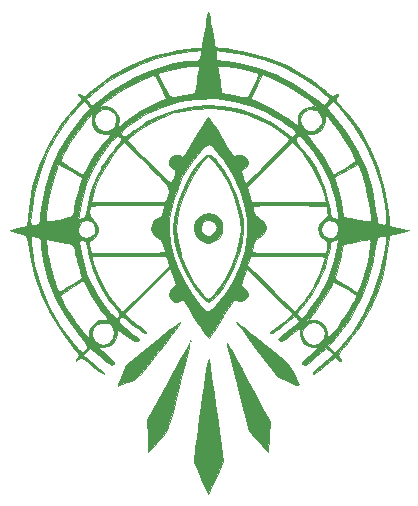
<source format=gbr>
G04 #@! TF.GenerationSoftware,KiCad,Pcbnew,5.0.2-bee76a0~70~ubuntu18.04.1*
G04 #@! TF.CreationDate,2019-01-08T18:58:55+02:00*
G04 #@! TF.ProjectId,HScope_2018_10_L,4853636f-7065-45f3-9230-31385f31305f,rev?*
G04 #@! TF.SameCoordinates,Original*
G04 #@! TF.FileFunction,Legend,Bot*
G04 #@! TF.FilePolarity,Positive*
%FSLAX46Y46*%
G04 Gerber Fmt 4.6, Leading zero omitted, Abs format (unit mm)*
G04 Created by KiCad (PCBNEW 5.0.2-bee76a0~70~ubuntu18.04.1) date Вт 08 янв 2019 18:58:55*
%MOMM*%
%LPD*%
G01*
G04 APERTURE LIST*
%ADD10C,0.010000*%
G04 APERTURE END LIST*
D10*
G04 #@! TO.C,G\002A\002A\002A*
G36*
X80138595Y-45252528D02*
X79729266Y-45477611D01*
X79437717Y-45859900D01*
X79304198Y-46374979D01*
X79300000Y-46493577D01*
X79405352Y-46983641D01*
X79710434Y-47369192D01*
X80061835Y-47576287D01*
X80362726Y-47692872D01*
X80568854Y-47718393D01*
X80797913Y-47652223D01*
X80988141Y-47571374D01*
X81422179Y-47273091D01*
X81667741Y-46842610D01*
X81724545Y-46433993D01*
X81712185Y-46331160D01*
X81238546Y-46331160D01*
X81209924Y-46584497D01*
X80987681Y-46868238D01*
X80979339Y-46876612D01*
X80693802Y-47103952D01*
X80440647Y-47137429D01*
X80142795Y-46986493D01*
X80133871Y-46980272D01*
X79931479Y-46713579D01*
X79881443Y-46366534D01*
X79991052Y-46038430D01*
X80058701Y-45955974D01*
X80360724Y-45795318D01*
X80712517Y-45796568D01*
X81014785Y-45952438D01*
X81082999Y-46031144D01*
X81238546Y-46331160D01*
X81712185Y-46331160D01*
X81665426Y-45942162D01*
X81467994Y-45598680D01*
X81149583Y-45371650D01*
X80625452Y-45209069D01*
X80138595Y-45252528D01*
X80138595Y-45252528D01*
G37*
X80138595Y-45252528D02*
X79729266Y-45477611D01*
X79437717Y-45859900D01*
X79304198Y-46374979D01*
X79300000Y-46493577D01*
X79405352Y-46983641D01*
X79710434Y-47369192D01*
X80061835Y-47576287D01*
X80362726Y-47692872D01*
X80568854Y-47718393D01*
X80797913Y-47652223D01*
X80988141Y-47571374D01*
X81422179Y-47273091D01*
X81667741Y-46842610D01*
X81724545Y-46433993D01*
X81712185Y-46331160D01*
X81238546Y-46331160D01*
X81209924Y-46584497D01*
X80987681Y-46868238D01*
X80979339Y-46876612D01*
X80693802Y-47103952D01*
X80440647Y-47137429D01*
X80142795Y-46986493D01*
X80133871Y-46980272D01*
X79931479Y-46713579D01*
X79881443Y-46366534D01*
X79991052Y-46038430D01*
X80058701Y-45955974D01*
X80360724Y-45795318D01*
X80712517Y-45796568D01*
X81014785Y-45952438D01*
X81082999Y-46031144D01*
X81238546Y-46331160D01*
X81712185Y-46331160D01*
X81665426Y-45942162D01*
X81467994Y-45598680D01*
X81149583Y-45371650D01*
X80625452Y-45209069D01*
X80138595Y-45252528D01*
G36*
X80140899Y-40428024D02*
X79785795Y-40780579D01*
X79623897Y-40974882D01*
X79063779Y-41787281D01*
X78544231Y-42764391D01*
X78097516Y-43840166D01*
X77846085Y-44614255D01*
X77635743Y-45571580D01*
X77571302Y-46506382D01*
X77658214Y-47456701D01*
X77901935Y-48460577D01*
X78307919Y-49556047D01*
X78668505Y-50349993D01*
X78950245Y-50874241D01*
X79281911Y-51397309D01*
X79632756Y-51880226D01*
X79972033Y-52284020D01*
X80268995Y-52569718D01*
X80492894Y-52698349D01*
X80523986Y-52701818D01*
X80690037Y-52623786D01*
X80941704Y-52423577D01*
X81118537Y-52252810D01*
X81664266Y-51573879D01*
X82202083Y-50682017D01*
X82709877Y-49621323D01*
X83122710Y-48550340D01*
X83380477Y-47576774D01*
X83483424Y-46649500D01*
X83481331Y-46611714D01*
X83266892Y-46611714D01*
X83141174Y-47582953D01*
X82862760Y-48633080D01*
X82441434Y-49724652D01*
X81924513Y-50753832D01*
X81614889Y-51260955D01*
X81286105Y-51725683D01*
X80970771Y-52108545D01*
X80701495Y-52370068D01*
X80510886Y-52470782D01*
X80505961Y-52470909D01*
X80355423Y-52385921D01*
X80121764Y-52164107D01*
X79879454Y-51882632D01*
X79251314Y-50977429D01*
X78718269Y-49958781D01*
X78252105Y-48772007D01*
X78209521Y-48646287D01*
X77919909Y-47596504D01*
X77796606Y-46637417D01*
X77836652Y-45702662D01*
X78035104Y-44733134D01*
X78275784Y-44000107D01*
X78602940Y-43210392D01*
X78984740Y-42427146D01*
X79389352Y-41713524D01*
X79784945Y-41132681D01*
X79950856Y-40932206D01*
X80503990Y-40316987D01*
X81053613Y-40914727D01*
X81623838Y-41652152D01*
X82152987Y-42558459D01*
X82613352Y-43572008D01*
X82977226Y-44631160D01*
X83216903Y-45674275D01*
X83230132Y-45756804D01*
X83266892Y-46611714D01*
X83481331Y-46611714D01*
X83431793Y-45717392D01*
X83225828Y-44729323D01*
X82865772Y-43634168D01*
X82739959Y-43307893D01*
X82471592Y-42711142D01*
X82132210Y-42075451D01*
X81758970Y-41461207D01*
X81389029Y-40928798D01*
X81059543Y-40538613D01*
X81001806Y-40482990D01*
X80717398Y-40290477D01*
X80440931Y-40268407D01*
X80140899Y-40428024D01*
X80140899Y-40428024D01*
G37*
X80140899Y-40428024D02*
X79785795Y-40780579D01*
X79623897Y-40974882D01*
X79063779Y-41787281D01*
X78544231Y-42764391D01*
X78097516Y-43840166D01*
X77846085Y-44614255D01*
X77635743Y-45571580D01*
X77571302Y-46506382D01*
X77658214Y-47456701D01*
X77901935Y-48460577D01*
X78307919Y-49556047D01*
X78668505Y-50349993D01*
X78950245Y-50874241D01*
X79281911Y-51397309D01*
X79632756Y-51880226D01*
X79972033Y-52284020D01*
X80268995Y-52569718D01*
X80492894Y-52698349D01*
X80523986Y-52701818D01*
X80690037Y-52623786D01*
X80941704Y-52423577D01*
X81118537Y-52252810D01*
X81664266Y-51573879D01*
X82202083Y-50682017D01*
X82709877Y-49621323D01*
X83122710Y-48550340D01*
X83380477Y-47576774D01*
X83483424Y-46649500D01*
X83481331Y-46611714D01*
X83266892Y-46611714D01*
X83141174Y-47582953D01*
X82862760Y-48633080D01*
X82441434Y-49724652D01*
X81924513Y-50753832D01*
X81614889Y-51260955D01*
X81286105Y-51725683D01*
X80970771Y-52108545D01*
X80701495Y-52370068D01*
X80510886Y-52470782D01*
X80505961Y-52470909D01*
X80355423Y-52385921D01*
X80121764Y-52164107D01*
X79879454Y-51882632D01*
X79251314Y-50977429D01*
X78718269Y-49958781D01*
X78252105Y-48772007D01*
X78209521Y-48646287D01*
X77919909Y-47596504D01*
X77796606Y-46637417D01*
X77836652Y-45702662D01*
X78035104Y-44733134D01*
X78275784Y-44000107D01*
X78602940Y-43210392D01*
X78984740Y-42427146D01*
X79389352Y-41713524D01*
X79784945Y-41132681D01*
X79950856Y-40932206D01*
X80503990Y-40316987D01*
X81053613Y-40914727D01*
X81623838Y-41652152D01*
X82152987Y-42558459D01*
X82613352Y-43572008D01*
X82977226Y-44631160D01*
X83216903Y-45674275D01*
X83230132Y-45756804D01*
X83266892Y-46611714D01*
X83481331Y-46611714D01*
X83431793Y-45717392D01*
X83225828Y-44729323D01*
X82865772Y-43634168D01*
X82739959Y-43307893D01*
X82471592Y-42711142D01*
X82132210Y-42075451D01*
X81758970Y-41461207D01*
X81389029Y-40928798D01*
X81059543Y-40538613D01*
X81001806Y-40482990D01*
X80717398Y-40290477D01*
X80440931Y-40268407D01*
X80140899Y-40428024D01*
G36*
X78953636Y-55992273D02*
X79011363Y-56050000D01*
X79069091Y-55992273D01*
X79011363Y-55934546D01*
X78953636Y-55992273D01*
X78953636Y-55992273D01*
G37*
X78953636Y-55992273D02*
X79011363Y-56050000D01*
X79069091Y-55992273D01*
X79011363Y-55934546D01*
X78953636Y-55992273D01*
G36*
X80499784Y-28239050D02*
X80439751Y-28510576D01*
X80363681Y-28922333D01*
X80293144Y-29349133D01*
X80184909Y-30044142D01*
X80103475Y-30543909D01*
X80034039Y-30880321D01*
X79961802Y-31085267D01*
X79871963Y-31190635D01*
X79749720Y-31228313D01*
X79580272Y-31230189D01*
X79421404Y-31227273D01*
X78749081Y-31271354D01*
X77930756Y-31394875D01*
X77031991Y-31584751D01*
X76118345Y-31827899D01*
X75605454Y-31988842D01*
X73951274Y-32651973D01*
X72403112Y-33506105D01*
X70932440Y-34567467D01*
X70629517Y-34819269D01*
X70292568Y-35098287D01*
X70079299Y-35243593D01*
X69941787Y-35275975D01*
X69832109Y-35216222D01*
X69795221Y-35181195D01*
X69619300Y-35066130D01*
X69524848Y-35075758D01*
X69530445Y-35208877D01*
X69631062Y-35346906D01*
X69709151Y-35449704D01*
X69709558Y-35565813D01*
X69610517Y-35735833D01*
X69390266Y-36000367D01*
X69121952Y-36296657D01*
X68034512Y-37649039D01*
X67103222Y-39156976D01*
X66345082Y-40791752D01*
X66147068Y-41322086D01*
X65933440Y-41946097D01*
X65770452Y-42479056D01*
X65642839Y-42988012D01*
X65535337Y-43540013D01*
X65432682Y-44202109D01*
X65345493Y-44843157D01*
X65156818Y-46278586D01*
X64426012Y-46440684D01*
X64061393Y-46529306D01*
X63814967Y-46604249D01*
X63740714Y-46648290D01*
X63868874Y-46695998D01*
X64155789Y-46773909D01*
X64469699Y-46849025D01*
X64763712Y-46917989D01*
X64973323Y-46994418D01*
X65118516Y-47116226D01*
X65219277Y-47321331D01*
X65295593Y-47647650D01*
X65367448Y-48133100D01*
X65438367Y-48686771D01*
X65766753Y-50357683D01*
X66323507Y-52016166D01*
X67106202Y-53657093D01*
X68112414Y-55275332D01*
X69263504Y-56775513D01*
X69476855Y-57041226D01*
X69555304Y-57202938D01*
X69515865Y-57330547D01*
X69425087Y-57439377D01*
X69305294Y-57614848D01*
X69348205Y-57661069D01*
X69517072Y-57565145D01*
X69595277Y-57499101D01*
X69697134Y-57437958D01*
X69825141Y-57451634D01*
X70016879Y-57560738D01*
X70309928Y-57785879D01*
X70676117Y-58091823D01*
X71057105Y-58400935D01*
X71374738Y-58632466D01*
X71588557Y-58758438D01*
X71654930Y-58768692D01*
X71633126Y-58649690D01*
X71468488Y-58472252D01*
X71449091Y-58456517D01*
X71211293Y-58262347D01*
X70874916Y-57981164D01*
X70543807Y-57700272D01*
X69927159Y-57173089D01*
X70503034Y-56597214D01*
X71343849Y-57304971D01*
X71722982Y-57611956D01*
X72046634Y-57851777D01*
X72268329Y-57991062D01*
X72329609Y-58012728D01*
X72523070Y-57947001D01*
X72542352Y-57783990D01*
X72390070Y-57574948D01*
X72303740Y-57505410D01*
X72002926Y-57270371D01*
X71661140Y-56978491D01*
X71564545Y-56890993D01*
X71160454Y-56518066D01*
X71597471Y-56514942D01*
X71932981Y-56468806D01*
X70294545Y-56468806D01*
X70218928Y-56621114D01*
X70051045Y-56814207D01*
X69879352Y-56953573D01*
X69822063Y-56973637D01*
X69711757Y-56891260D01*
X69493555Y-56671019D01*
X69206409Y-56353247D01*
X69069446Y-56194318D01*
X67959529Y-54711734D01*
X67042415Y-53108003D01*
X66324375Y-51398082D01*
X65811677Y-49596926D01*
X65510592Y-47719493D01*
X65508632Y-47699995D01*
X65476794Y-47326375D01*
X65486074Y-47133469D01*
X65549734Y-47072768D01*
X65674366Y-47093859D01*
X65993093Y-47184338D01*
X66138182Y-47225508D01*
X66298180Y-47329104D01*
X66362955Y-47560555D01*
X66369091Y-47732299D01*
X66391062Y-48060034D01*
X66449138Y-48522474D01*
X66531559Y-49028431D01*
X66546769Y-49110225D01*
X66991113Y-50836726D01*
X67655460Y-52495756D01*
X68537676Y-54082888D01*
X69635629Y-55593691D01*
X69718531Y-55694097D01*
X69991025Y-56031419D01*
X70193929Y-56301429D01*
X70290994Y-56455376D01*
X70294545Y-56468806D01*
X71932981Y-56468806D01*
X71969495Y-56463785D01*
X72290342Y-56343329D01*
X72313229Y-56329180D01*
X72567960Y-56054390D01*
X72743430Y-55668173D01*
X72786528Y-55368433D01*
X72564281Y-55368433D01*
X72472296Y-55785565D01*
X72178679Y-56122287D01*
X72106618Y-56169982D01*
X71671949Y-56325673D01*
X71261040Y-56251999D01*
X70900682Y-55974383D01*
X70682642Y-55602163D01*
X70658790Y-55223577D01*
X70797096Y-54878560D01*
X71065530Y-54607049D01*
X71432059Y-54448978D01*
X71864655Y-54444284D01*
X72078918Y-54505355D01*
X72259969Y-54653045D01*
X72438016Y-54910151D01*
X72442047Y-54917873D01*
X72564281Y-55368433D01*
X72786528Y-55368433D01*
X72799940Y-55275158D01*
X72773547Y-55116056D01*
X72774542Y-55025423D01*
X72885212Y-55052912D01*
X73128140Y-55209844D01*
X73472261Y-55466311D01*
X73963037Y-55812426D01*
X74314922Y-55988512D01*
X74540403Y-55998904D01*
X74644493Y-55873501D01*
X74582952Y-55740901D01*
X74380097Y-55575711D01*
X74351800Y-55558476D01*
X74092070Y-55378129D01*
X73744364Y-55102548D01*
X73422530Y-54825432D01*
X73113055Y-54540088D01*
X72953031Y-54358644D01*
X72917212Y-54234007D01*
X72934746Y-54202091D01*
X71982314Y-54202091D01*
X71929141Y-54238930D01*
X71787094Y-54226116D01*
X71770497Y-54223692D01*
X71313322Y-54256867D01*
X70905870Y-54461741D01*
X70596602Y-54791205D01*
X70433978Y-55198152D01*
X70436371Y-55520585D01*
X70496365Y-55834422D01*
X70153781Y-55509257D01*
X69948736Y-55278897D01*
X69661522Y-54909621D01*
X69334177Y-54457168D01*
X69081295Y-54087273D01*
X68674326Y-53457840D01*
X68348976Y-52918300D01*
X68118765Y-52493476D01*
X67997208Y-52208195D01*
X67993626Y-52089796D01*
X68106775Y-52016120D01*
X68370681Y-51848663D01*
X68740250Y-51615959D01*
X68992237Y-51457959D01*
X69941293Y-50863773D01*
X70405178Y-51753932D01*
X70715959Y-52302358D01*
X71094898Y-52903465D01*
X71462882Y-53432085D01*
X71482093Y-53457714D01*
X71771438Y-53845077D01*
X71933962Y-54082005D01*
X71982314Y-54202091D01*
X72934746Y-54202091D01*
X72980353Y-54119079D01*
X73019734Y-54074006D01*
X73145902Y-53955509D01*
X73264091Y-53947301D01*
X73439391Y-54066908D01*
X73634909Y-54239656D01*
X73924207Y-54483830D01*
X74273817Y-54754794D01*
X74629945Y-55013968D01*
X74938795Y-55222774D01*
X75146573Y-55342631D01*
X75193302Y-55357273D01*
X75271223Y-55301549D01*
X75176814Y-55154658D01*
X74934050Y-54947019D01*
X74791738Y-54847769D01*
X74413668Y-54574565D01*
X74007540Y-54247799D01*
X73860651Y-54119534D01*
X73534012Y-53824435D01*
X72989085Y-53824435D01*
X72945043Y-53920064D01*
X72812144Y-54047441D01*
X72680178Y-54056543D01*
X72501233Y-53927648D01*
X72227393Y-53641033D01*
X72203795Y-53614956D01*
X71665660Y-52941274D01*
X71130625Y-52134722D01*
X70654891Y-51287148D01*
X70367816Y-50653675D01*
X69812720Y-50653675D01*
X69811280Y-50679303D01*
X69620908Y-50819439D01*
X69312699Y-51018373D01*
X68939312Y-51245432D01*
X68553409Y-51469940D01*
X68207648Y-51661223D01*
X67954691Y-51788606D01*
X67848504Y-51822624D01*
X67778543Y-51695652D01*
X67660848Y-51397113D01*
X67514038Y-50976608D01*
X67407370Y-50647243D01*
X67276802Y-50188436D01*
X67144508Y-49649743D01*
X67019635Y-49079054D01*
X66911331Y-48524260D01*
X66828743Y-48033249D01*
X66781020Y-47653911D01*
X66777308Y-47434137D01*
X66787867Y-47404058D01*
X66911910Y-47401727D01*
X67202813Y-47440250D01*
X67602303Y-47509159D01*
X68052105Y-47597987D01*
X68493947Y-47696268D01*
X68702415Y-47747947D01*
X68993773Y-47852528D01*
X69135602Y-48020377D01*
X69200257Y-48288885D01*
X69266457Y-48602256D01*
X69380323Y-49051655D01*
X69520201Y-49552856D01*
X69558668Y-49682962D01*
X69684134Y-50118071D01*
X69773226Y-50459027D01*
X69812720Y-50653675D01*
X70367816Y-50653675D01*
X70299322Y-50502533D01*
X70083708Y-49884317D01*
X69889697Y-49220158D01*
X69733811Y-48577299D01*
X69632577Y-48022980D01*
X69601818Y-47664218D01*
X69632720Y-47459461D01*
X69768153Y-47430476D01*
X69861591Y-47455199D01*
X70068014Y-47522316D01*
X70136210Y-47549570D01*
X70163919Y-47661089D01*
X70225180Y-47946404D01*
X70308795Y-48352781D01*
X70346193Y-48538418D01*
X70748383Y-49974440D01*
X71358947Y-51347455D01*
X72156743Y-52613205D01*
X72504369Y-53056581D01*
X72797858Y-53424561D01*
X72952458Y-53666850D01*
X72989085Y-53824435D01*
X73534012Y-53824435D01*
X73396917Y-53700578D01*
X77270659Y-49821802D01*
X77532490Y-50540219D01*
X77794321Y-51258637D01*
X77508070Y-51470312D01*
X77275346Y-51766847D01*
X77233434Y-52121751D01*
X77385910Y-52458255D01*
X77458511Y-52533871D01*
X77659806Y-52671931D01*
X77873239Y-52671840D01*
X78057034Y-52611500D01*
X78305359Y-52526499D01*
X78432471Y-52499853D01*
X78435671Y-52501781D01*
X78497295Y-52605578D01*
X78653330Y-52869449D01*
X78880847Y-53254594D01*
X79156919Y-53722214D01*
X79184162Y-53768373D01*
X79497245Y-54286213D01*
X79800884Y-54766338D01*
X80059352Y-55153541D01*
X80230086Y-55384518D01*
X80544325Y-55760925D01*
X80779883Y-55472508D01*
X80925489Y-55265910D01*
X81155806Y-54906475D01*
X81441083Y-54441910D01*
X81751570Y-53919921D01*
X81802948Y-53831947D01*
X82153536Y-53246453D01*
X82415808Y-52849098D01*
X82603847Y-52621059D01*
X82731737Y-52543511D01*
X82763636Y-52547930D01*
X83230096Y-52659258D01*
X83575052Y-52575708D01*
X83803919Y-52295306D01*
X83858093Y-52148630D01*
X83865945Y-51920254D01*
X83716987Y-51690200D01*
X83600310Y-51575796D01*
X83263843Y-51267513D01*
X83492035Y-50599211D01*
X83622470Y-50248530D01*
X83732928Y-50006530D01*
X83791653Y-49930909D01*
X83890011Y-50009146D01*
X84127224Y-50228654D01*
X84479666Y-50566635D01*
X84923714Y-51000287D01*
X85435744Y-51506812D01*
X85764068Y-51834521D01*
X87665057Y-53738133D01*
X87263665Y-54085810D01*
X86923738Y-54359407D01*
X86513196Y-54662056D01*
X86313863Y-54799370D01*
X85972401Y-55050178D01*
X85784459Y-55238533D01*
X85768503Y-55343089D01*
X85831243Y-55357273D01*
X85974697Y-55291095D01*
X86243886Y-55118281D01*
X86585016Y-54877410D01*
X86944292Y-54607062D01*
X87267920Y-54345817D01*
X87389636Y-54239656D01*
X87810568Y-53859370D01*
X88026176Y-54097613D01*
X88119236Y-54199177D01*
X88165792Y-54282535D01*
X88142382Y-54375334D01*
X88025545Y-54505223D01*
X87791821Y-54699846D01*
X87417748Y-54986853D01*
X87009647Y-55295514D01*
X86669717Y-55563797D01*
X86494844Y-55738658D01*
X86458194Y-55855112D01*
X86518388Y-55936603D01*
X86653995Y-55996768D01*
X86837347Y-55962084D01*
X87101758Y-55815627D01*
X87480541Y-55540471D01*
X87807561Y-55281605D01*
X88291031Y-54891814D01*
X88284519Y-55363674D01*
X88377529Y-55862751D01*
X88648517Y-56242939D01*
X89062794Y-56468282D01*
X89395009Y-56514705D01*
X89864091Y-56517592D01*
X89402273Y-56951538D01*
X89085122Y-57237170D01*
X88789901Y-57483017D01*
X88668165Y-57574425D01*
X88494885Y-57766344D01*
X88499111Y-57933644D01*
X88676395Y-58012197D01*
X88698565Y-58012728D01*
X88847054Y-57942319D01*
X89122481Y-57753395D01*
X89477927Y-57479409D01*
X89683982Y-57310084D01*
X90520825Y-56607440D01*
X90799241Y-56868999D01*
X91077658Y-57130558D01*
X90820903Y-57403861D01*
X90592083Y-57620192D01*
X90257505Y-57905583D01*
X89954347Y-58147623D01*
X89572024Y-58465386D01*
X89370497Y-58686943D01*
X89356580Y-58803537D01*
X89431136Y-58819754D01*
X89550821Y-58749213D01*
X89803416Y-58560153D01*
X90146962Y-58284849D01*
X90395540Y-58077996D01*
X91273353Y-57337394D01*
X91521222Y-57585263D01*
X91694518Y-57736965D01*
X91762236Y-57719902D01*
X91769091Y-57648430D01*
X91686572Y-57421877D01*
X91598704Y-57322320D01*
X91535747Y-57229781D01*
X91563099Y-57094843D01*
X91701070Y-56879211D01*
X91969974Y-56544588D01*
X92080797Y-56413410D01*
X92721611Y-55599472D01*
X93347281Y-54695572D01*
X93905963Y-53781509D01*
X94345810Y-52937087D01*
X94361700Y-52902612D01*
X94694147Y-52135327D01*
X94968662Y-51397517D01*
X95198990Y-50637890D01*
X95398873Y-49805154D01*
X95582055Y-48848017D01*
X95762280Y-47715189D01*
X95775266Y-47627129D01*
X95815354Y-47354110D01*
X95565604Y-47354110D01*
X95536850Y-47671947D01*
X95468949Y-48160663D01*
X95397460Y-48642225D01*
X95019769Y-50414620D01*
X94426701Y-52140502D01*
X93633150Y-53787731D01*
X92654009Y-55324162D01*
X91813601Y-56376721D01*
X91273234Y-56992078D01*
X90702722Y-56421566D01*
X91366155Y-55639517D01*
X92452938Y-54189977D01*
X93328286Y-52650449D01*
X93557894Y-52087169D01*
X93028292Y-52087169D01*
X93024523Y-52219146D01*
X92908866Y-52500183D01*
X92704677Y-52892185D01*
X92435313Y-53357053D01*
X92124128Y-53856690D01*
X91794479Y-54352999D01*
X91469722Y-54807881D01*
X91173211Y-55183240D01*
X91036993Y-55335347D01*
X90672273Y-55717511D01*
X90610993Y-55358402D01*
X90377751Y-55358402D01*
X90287233Y-55750122D01*
X90150427Y-55968974D01*
X89814686Y-56232251D01*
X89413350Y-56314105D01*
X89014523Y-56221379D01*
X88686313Y-55960912D01*
X88590583Y-55812307D01*
X88448277Y-55461256D01*
X88462203Y-55182389D01*
X88644266Y-54881414D01*
X88719808Y-54788859D01*
X89065658Y-54512988D01*
X89435032Y-54427781D01*
X89789429Y-54501478D01*
X90090348Y-54702320D01*
X90299290Y-54998548D01*
X90377751Y-55358402D01*
X90610993Y-55358402D01*
X90607058Y-55335347D01*
X90520132Y-54987566D01*
X90409425Y-54709244D01*
X90153898Y-54447875D01*
X89764958Y-54270952D01*
X89335436Y-54216746D01*
X89237530Y-54226116D01*
X88896387Y-54276185D01*
X89363276Y-53718537D01*
X89621317Y-53382255D01*
X89929173Y-52939297D01*
X90252976Y-52443591D01*
X90558855Y-51949068D01*
X90812943Y-51509656D01*
X90981368Y-51179285D01*
X91020378Y-51079967D01*
X91071232Y-50993586D01*
X91173097Y-50982146D01*
X91363411Y-51059656D01*
X91679611Y-51240122D01*
X92034698Y-51459477D01*
X92444867Y-51716815D01*
X92775856Y-51925506D01*
X92982673Y-52057127D01*
X93028292Y-52087169D01*
X93557894Y-52087169D01*
X93995568Y-51013459D01*
X94458156Y-49271535D01*
X94596262Y-48479733D01*
X94673242Y-47973157D01*
X94732390Y-47603670D01*
X94275157Y-47603670D01*
X94252818Y-47818597D01*
X94244047Y-47881591D01*
X94101215Y-48788397D01*
X93930458Y-49589633D01*
X93703465Y-50410641D01*
X93592082Y-50767955D01*
X93437793Y-51236145D01*
X93305846Y-51609082D01*
X93213148Y-51840538D01*
X93180389Y-51893637D01*
X93065964Y-51836234D01*
X92803923Y-51682659D01*
X92441364Y-51460863D01*
X92256347Y-51345228D01*
X91856091Y-51093048D01*
X91528701Y-50885999D01*
X91324735Y-50756088D01*
X91287725Y-50732019D01*
X91266867Y-50595823D01*
X91318646Y-50317457D01*
X91382707Y-50104543D01*
X91505601Y-49698075D01*
X91641646Y-49178910D01*
X91758351Y-48673195D01*
X91942273Y-47804525D01*
X92923636Y-47602998D01*
X93506362Y-47484691D01*
X93897680Y-47418179D01*
X94132786Y-47410887D01*
X94246879Y-47470242D01*
X94275157Y-47603670D01*
X94732390Y-47603670D01*
X94739136Y-47561533D01*
X94771866Y-47373984D01*
X91505879Y-47373984D01*
X91401334Y-48046310D01*
X91072635Y-49496850D01*
X90553879Y-50906950D01*
X89868371Y-52222667D01*
X89153162Y-53250228D01*
X88857137Y-53615064D01*
X88616409Y-53899395D01*
X88465446Y-54063115D01*
X88433721Y-54087273D01*
X88317969Y-54019003D01*
X88173967Y-53899581D01*
X88072067Y-53787424D01*
X88062009Y-53671639D01*
X88163687Y-53499935D01*
X88396994Y-53220021D01*
X88459956Y-53147876D01*
X89209112Y-52146492D01*
X89855480Y-50992861D01*
X90366298Y-49754771D01*
X90591027Y-48931471D01*
X90383636Y-48931471D01*
X90326968Y-49255704D01*
X90172403Y-49724601D01*
X89943096Y-50286194D01*
X89662206Y-50888513D01*
X89352890Y-51479591D01*
X89038305Y-52007458D01*
X88960811Y-52124546D01*
X88689510Y-52507817D01*
X88404757Y-52883896D01*
X88143770Y-53206649D01*
X87943765Y-53429942D01*
X87844840Y-53507919D01*
X87750911Y-53430375D01*
X87517110Y-53211392D01*
X87166403Y-52873247D01*
X86721755Y-52438215D01*
X86206130Y-51928574D01*
X85810282Y-51534389D01*
X83832249Y-49558778D01*
X83952314Y-49167571D01*
X84072378Y-48776364D01*
X87228007Y-48776364D01*
X88190655Y-48778248D01*
X88945003Y-48784641D01*
X89513636Y-48796653D01*
X89919139Y-48815393D01*
X90184098Y-48841973D01*
X90331096Y-48877501D01*
X90382718Y-48923089D01*
X90383636Y-48931471D01*
X90591027Y-48931471D01*
X90708800Y-48500010D01*
X90710487Y-48491531D01*
X90795750Y-48062192D01*
X90861254Y-47733119D01*
X90896150Y-47558791D01*
X90899074Y-47544612D01*
X90999765Y-47505876D01*
X91204767Y-47449559D01*
X91505879Y-47373984D01*
X94771866Y-47373984D01*
X94786205Y-47291822D01*
X94805577Y-47209264D01*
X94922173Y-47179103D01*
X95175261Y-47127221D01*
X95203863Y-47121743D01*
X95374340Y-47090968D01*
X95488613Y-47097111D01*
X95550946Y-47173661D01*
X95565604Y-47354110D01*
X95815354Y-47354110D01*
X95867727Y-46997439D01*
X96675909Y-46823499D01*
X97484091Y-46649558D01*
X97333988Y-46616089D01*
X91531646Y-46616089D01*
X91449277Y-46961076D01*
X91356753Y-47094026D01*
X91057290Y-47247933D01*
X90686722Y-47251840D01*
X90345488Y-47110310D01*
X90268182Y-47044546D01*
X90077220Y-46729039D01*
X90071393Y-46403563D01*
X90210590Y-46108984D01*
X90454705Y-45886173D01*
X90763627Y-45775998D01*
X91097248Y-45819327D01*
X91327045Y-45965622D01*
X91489930Y-46247368D01*
X91531646Y-46616089D01*
X97333988Y-46616089D01*
X95868355Y-46289292D01*
X95805553Y-45717979D01*
X95575958Y-45717979D01*
X95560819Y-46034431D01*
X95495940Y-46183336D01*
X95396466Y-46190989D01*
X95115295Y-46127824D01*
X95008676Y-46120909D01*
X94910861Y-46089629D01*
X94836509Y-45969679D01*
X94774292Y-45721890D01*
X94769268Y-45687955D01*
X94308410Y-45687955D01*
X94289320Y-45799152D01*
X94206951Y-45859970D01*
X94025036Y-45870143D01*
X93707305Y-45829405D01*
X93331828Y-45758945D01*
X91549991Y-45758945D01*
X91197723Y-45625979D01*
X90933640Y-45471241D01*
X90883371Y-45340402D01*
X90631818Y-45340402D01*
X90552148Y-45536559D01*
X90332498Y-45716942D01*
X90327433Y-45720390D01*
X89999548Y-46055285D01*
X89851065Y-46453873D01*
X89881777Y-46858987D01*
X90091475Y-47213463D01*
X90333523Y-47394984D01*
X90549831Y-47596258D01*
X90608438Y-47907343D01*
X90541776Y-48285682D01*
X90472160Y-48545455D01*
X87298273Y-48545455D01*
X86359777Y-48544666D01*
X85627647Y-48541230D01*
X85077344Y-48533546D01*
X84684326Y-48520010D01*
X84424053Y-48499020D01*
X84271986Y-48468974D01*
X84203582Y-48428268D01*
X84194303Y-48375301D01*
X84204288Y-48343409D01*
X84281764Y-48082441D01*
X84343811Y-47787026D01*
X84476651Y-47471761D01*
X84725813Y-47311003D01*
X85114997Y-47065376D01*
X85169667Y-46979206D01*
X83820496Y-46979206D01*
X83628531Y-48312273D01*
X83238103Y-49626672D01*
X82655219Y-50889399D01*
X82292396Y-51492735D01*
X81936716Y-52005560D01*
X81560075Y-52494936D01*
X81194174Y-52925045D01*
X80870711Y-53260068D01*
X80621385Y-53464185D01*
X80507173Y-53510000D01*
X80360754Y-53429385D01*
X80118056Y-53218070D01*
X79832413Y-52922653D01*
X79105974Y-52000342D01*
X78471866Y-50968787D01*
X77945249Y-49869945D01*
X77858001Y-49627145D01*
X77214967Y-49627145D01*
X75284529Y-51565452D01*
X74738848Y-52110330D01*
X74246434Y-52596253D01*
X73830758Y-53000529D01*
X73515292Y-53300465D01*
X73323508Y-53473367D01*
X73276453Y-53506880D01*
X73166921Y-53427960D01*
X72954443Y-53218075D01*
X72685378Y-52923064D01*
X72145742Y-52214633D01*
X71627509Y-51369085D01*
X71182718Y-50478171D01*
X70920334Y-49811065D01*
X70785642Y-49399935D01*
X70686548Y-49072660D01*
X70641781Y-48891593D01*
X70640909Y-48880759D01*
X70752048Y-48852024D01*
X71068234Y-48826690D01*
X71563617Y-48805606D01*
X72212349Y-48789626D01*
X72988581Y-48779599D01*
X73810482Y-48776364D01*
X76980055Y-48776364D01*
X77097511Y-49201754D01*
X77214967Y-49627145D01*
X77858001Y-49627145D01*
X77541285Y-48745776D01*
X77275133Y-47638240D01*
X77161955Y-46589296D01*
X77212167Y-45670731D01*
X77385054Y-44797672D01*
X77463757Y-44504546D01*
X76850902Y-44504546D01*
X76730644Y-44978324D01*
X76605032Y-45319403D01*
X76412482Y-45508212D01*
X76268683Y-45571220D01*
X75932856Y-45796901D01*
X75724936Y-46150314D01*
X75678881Y-46552266D01*
X75746011Y-46790068D01*
X75955336Y-47058709D01*
X76254226Y-47272468D01*
X76260472Y-47275455D01*
X76561666Y-47496923D01*
X76700196Y-47832063D01*
X76769560Y-48147170D01*
X76835383Y-48376601D01*
X76836849Y-48380472D01*
X76827664Y-48429936D01*
X76742179Y-48468681D01*
X76557086Y-48497943D01*
X76249081Y-48518960D01*
X75794856Y-48532967D01*
X75171105Y-48541201D01*
X74354522Y-48544898D01*
X73727239Y-48545455D01*
X70554318Y-48545455D01*
X70482159Y-48184659D01*
X70421524Y-47810390D01*
X70438386Y-47597652D01*
X70545826Y-47486230D01*
X70642175Y-47448235D01*
X70877290Y-47274767D01*
X71082378Y-46962690D01*
X71204430Y-46603158D01*
X71217629Y-46463615D01*
X70967354Y-46463615D01*
X70902577Y-46848773D01*
X70807544Y-47018856D01*
X70541454Y-47218924D01*
X70184764Y-47273738D01*
X69830693Y-47177797D01*
X69697500Y-47084379D01*
X69512414Y-46784760D01*
X69496654Y-46435351D01*
X69624632Y-46104815D01*
X69870761Y-45861809D01*
X70185638Y-45774546D01*
X70580623Y-45869957D01*
X70850616Y-46118495D01*
X70967354Y-46463615D01*
X71217629Y-46463615D01*
X71218182Y-46457775D01*
X71137699Y-46231474D01*
X70934132Y-45949424D01*
X70814091Y-45824795D01*
X70499822Y-45426516D01*
X70407225Y-45019789D01*
X70480079Y-44687170D01*
X70523910Y-44632392D01*
X70625254Y-44589613D01*
X70809412Y-44557398D01*
X71101683Y-44534312D01*
X71527363Y-44518921D01*
X72111754Y-44509789D01*
X72880153Y-44505483D01*
X73700530Y-44504546D01*
X76850902Y-44504546D01*
X77463757Y-44504546D01*
X77630705Y-43882766D01*
X77835078Y-43272519D01*
X77188545Y-43272519D01*
X77168558Y-43481931D01*
X77095498Y-43717109D01*
X77003900Y-43956137D01*
X76881170Y-44273637D01*
X70610696Y-44273637D01*
X70673822Y-43884640D01*
X70841665Y-43239435D01*
X71138930Y-42487051D01*
X71534672Y-41686447D01*
X71997943Y-40896580D01*
X72497798Y-40176407D01*
X72837419Y-39762619D01*
X73395872Y-39135909D01*
X75316181Y-41040909D01*
X75943792Y-41664306D01*
X76424283Y-42151018D01*
X76773330Y-42528120D01*
X77006606Y-42822688D01*
X77139786Y-43061796D01*
X77188545Y-43272519D01*
X77835078Y-43272519D01*
X77923407Y-43008775D01*
X78237446Y-42258462D01*
X78329445Y-42074667D01*
X78567429Y-41667211D01*
X78879407Y-41196538D01*
X79232613Y-40705107D01*
X79594283Y-40235376D01*
X79931652Y-39829802D01*
X80211954Y-39530842D01*
X80402424Y-39380956D01*
X80410982Y-39377359D01*
X80554254Y-39360913D01*
X80719886Y-39434733D01*
X80932630Y-39621992D01*
X81217239Y-39945863D01*
X81598464Y-40429520D01*
X81756258Y-40636818D01*
X82589988Y-41923828D01*
X83241472Y-43328480D01*
X83585018Y-44389091D01*
X83807994Y-45660478D01*
X83820496Y-46979206D01*
X85169667Y-46979206D01*
X85332070Y-46723234D01*
X85373292Y-46339946D01*
X85234925Y-45970885D01*
X84913229Y-45671420D01*
X84839261Y-45631024D01*
X84491625Y-45367579D01*
X84313379Y-44986973D01*
X84276054Y-44704736D01*
X84285291Y-44644266D01*
X84337480Y-44597527D01*
X84457857Y-44563123D01*
X84671659Y-44539661D01*
X85004122Y-44525746D01*
X85480482Y-44519985D01*
X86125975Y-44520982D01*
X86965839Y-44527344D01*
X87410682Y-44531554D01*
X90556818Y-44562273D01*
X90614545Y-45024091D01*
X90631818Y-45340402D01*
X90883371Y-45340402D01*
X90845945Y-45242993D01*
X90844646Y-45200825D01*
X90802252Y-44803590D01*
X90692717Y-44277299D01*
X90504409Y-44277299D01*
X84110301Y-44215909D01*
X83938757Y-43599097D01*
X83767214Y-42982284D01*
X87605748Y-39143750D01*
X87965756Y-39486193D01*
X88418271Y-39996433D01*
X88895383Y-40670771D01*
X89364283Y-41449646D01*
X89792159Y-42273496D01*
X90146201Y-43082761D01*
X90393599Y-43817880D01*
X90429100Y-43957968D01*
X90504409Y-44277299D01*
X90692717Y-44277299D01*
X90689133Y-44260080D01*
X90523872Y-43636956D01*
X90325054Y-43000881D01*
X90111263Y-42418516D01*
X89990952Y-42138589D01*
X89519780Y-41224505D01*
X88970827Y-40378889D01*
X88328358Y-39560336D01*
X88060754Y-39232716D01*
X87926413Y-39027227D01*
X87912675Y-38942337D01*
X87381818Y-38942337D01*
X87303975Y-39043129D01*
X87089428Y-39276688D01*
X86766651Y-39614457D01*
X86364118Y-40027874D01*
X85910303Y-40488381D01*
X85433680Y-40967416D01*
X84962724Y-41436422D01*
X84525907Y-41866837D01*
X84151705Y-42230103D01*
X83868590Y-42497659D01*
X83705037Y-42640946D01*
X83678037Y-42657273D01*
X83601867Y-42558920D01*
X83497882Y-42313937D01*
X83467137Y-42224318D01*
X83361784Y-41910737D01*
X83280431Y-41684547D01*
X83269324Y-41656843D01*
X83317123Y-41522696D01*
X83457046Y-41444784D01*
X83743616Y-41250598D01*
X83866634Y-40945404D01*
X83802156Y-40602118D01*
X83758716Y-40526093D01*
X83507954Y-40308974D01*
X83184431Y-40226011D01*
X82883655Y-40294003D01*
X82800455Y-40357545D01*
X82707389Y-40345093D01*
X82545803Y-40173492D01*
X82305013Y-39828481D01*
X81974332Y-39295796D01*
X81854801Y-39095232D01*
X81531480Y-38559231D01*
X81224695Y-38069213D01*
X80965208Y-37673083D01*
X80783783Y-37418744D01*
X80757956Y-37387220D01*
X80481946Y-37066340D01*
X79881114Y-37985670D01*
X79554040Y-38498090D01*
X79219078Y-39042395D01*
X78936475Y-39520216D01*
X78876688Y-39625563D01*
X78620255Y-40066306D01*
X78441644Y-40323322D01*
X78318351Y-40420861D01*
X78227873Y-40383172D01*
X78204346Y-40350065D01*
X78027735Y-40251890D01*
X77747788Y-40241245D01*
X77471859Y-40311176D01*
X77336978Y-40406265D01*
X77195138Y-40734387D01*
X77239610Y-41083928D01*
X77446347Y-41381081D01*
X77702547Y-41528274D01*
X77722510Y-41641686D01*
X77677038Y-41888491D01*
X77590446Y-42189332D01*
X77487052Y-42464851D01*
X77391174Y-42635689D01*
X77356596Y-42657273D01*
X77256657Y-42579504D01*
X77023798Y-42365165D01*
X76686580Y-42042707D01*
X76273566Y-41640579D01*
X75813317Y-41187234D01*
X75334395Y-40711121D01*
X74865362Y-40240691D01*
X74434780Y-39804396D01*
X74071210Y-39430685D01*
X73803215Y-39148010D01*
X73659356Y-38984821D01*
X73655714Y-38978914D01*
X73104376Y-38978914D01*
X73015458Y-39157061D01*
X72815612Y-39434315D01*
X72510375Y-39819546D01*
X72140967Y-40303747D01*
X71774612Y-40825672D01*
X71474972Y-41293466D01*
X71404224Y-41415564D01*
X71100740Y-42035428D01*
X70804176Y-42774244D01*
X70542032Y-43550984D01*
X70341806Y-44284621D01*
X70234767Y-44861355D01*
X70174150Y-45244698D01*
X70087170Y-45464557D01*
X69940116Y-45588241D01*
X69850589Y-45628391D01*
X69624346Y-45719742D01*
X69526213Y-45762264D01*
X69527304Y-45668048D01*
X69551068Y-45416363D01*
X69566030Y-45283864D01*
X69798562Y-44018506D01*
X70187433Y-42734192D01*
X70439816Y-42135308D01*
X69807795Y-42135308D01*
X69792292Y-42251351D01*
X69723381Y-42537760D01*
X69613782Y-42943663D01*
X69547165Y-43177380D01*
X69402078Y-43720662D01*
X69276963Y-44265606D01*
X69193691Y-44714769D01*
X69180995Y-44808879D01*
X69146408Y-45086093D01*
X69093548Y-45278375D01*
X68982975Y-45411861D01*
X68775251Y-45512687D01*
X68430937Y-45606991D01*
X67910594Y-45720908D01*
X67754545Y-45754197D01*
X67263094Y-45853697D01*
X66957795Y-45884097D01*
X66799419Y-45826537D01*
X66748741Y-45662153D01*
X66766534Y-45372085D01*
X66776385Y-45283864D01*
X66861128Y-44675681D01*
X66979504Y-44013989D01*
X67121631Y-43336931D01*
X67277627Y-42682647D01*
X67437608Y-42089279D01*
X67591692Y-41594969D01*
X67729997Y-41237858D01*
X67842639Y-41056088D01*
X67875757Y-41040909D01*
X67996656Y-41094447D01*
X68261084Y-41234197D01*
X68613795Y-41428866D01*
X68999543Y-41647159D01*
X69363084Y-41857784D01*
X69649171Y-42029447D01*
X69802559Y-42130853D01*
X69807795Y-42135308D01*
X70439816Y-42135308D01*
X70633418Y-41675909D01*
X71007911Y-40971563D01*
X71434976Y-40270912D01*
X71877179Y-39628986D01*
X72297084Y-39100813D01*
X72591679Y-38797263D01*
X72783746Y-38651068D01*
X72916298Y-38662599D01*
X73027544Y-38759882D01*
X73101895Y-38859859D01*
X73104376Y-38978914D01*
X73655714Y-38978914D01*
X73642727Y-38957851D01*
X73728342Y-38863178D01*
X73956724Y-38666956D01*
X74285181Y-38405198D01*
X74426852Y-38296419D01*
X75135110Y-37820269D01*
X75966036Y-37359878D01*
X76831788Y-36958661D01*
X77644526Y-36660031D01*
X77866049Y-36596629D01*
X79325147Y-36329317D01*
X80817599Y-36276807D01*
X82305545Y-36435161D01*
X83751126Y-36800437D01*
X85072727Y-37346560D01*
X85483314Y-37570384D01*
X85938037Y-37845854D01*
X86393953Y-38143290D01*
X86808115Y-38433013D01*
X87137577Y-38685344D01*
X87339394Y-38870604D01*
X87381818Y-38942337D01*
X87912675Y-38942337D01*
X87904812Y-38893751D01*
X87975428Y-38782171D01*
X87999543Y-38757340D01*
X88126010Y-38659263D01*
X88253673Y-38672386D01*
X88444401Y-38818268D01*
X88603824Y-38967913D01*
X88979314Y-39388573D01*
X89403300Y-39960525D01*
X89836413Y-40621523D01*
X90239283Y-41309321D01*
X90572540Y-41961673D01*
X90730621Y-42330555D01*
X91232258Y-43939279D01*
X91475454Y-45218336D01*
X91549991Y-45758945D01*
X93331828Y-45758945D01*
X93217489Y-45737489D01*
X92923636Y-45677792D01*
X91942273Y-45476145D01*
X91858181Y-44788300D01*
X91780953Y-44339099D01*
X91653710Y-43780720D01*
X91501723Y-43222273D01*
X91475536Y-43136129D01*
X91345872Y-42701123D01*
X91253484Y-42359435D01*
X91212055Y-42163215D01*
X91213265Y-42136600D01*
X91353056Y-42039548D01*
X91631378Y-41870198D01*
X91992503Y-41660037D01*
X92380706Y-41440553D01*
X92740258Y-41243233D01*
X93015432Y-41099566D01*
X93150501Y-41041037D01*
X93152450Y-41040909D01*
X93252263Y-41148003D01*
X93381945Y-41442744D01*
X93531591Y-41885321D01*
X93691298Y-42435923D01*
X93851165Y-43054738D01*
X94001286Y-43701955D01*
X94131760Y-44337763D01*
X94232683Y-44922352D01*
X94294152Y-45415908D01*
X94308410Y-45687955D01*
X94769268Y-45687955D01*
X94712879Y-45307097D01*
X94670630Y-44952329D01*
X94359356Y-43147872D01*
X93845034Y-41448073D01*
X93541034Y-40771837D01*
X92992794Y-40771837D01*
X92981184Y-40792969D01*
X92866693Y-40872635D01*
X92609658Y-41037758D01*
X92265091Y-41254253D01*
X91888005Y-41488035D01*
X91533412Y-41705018D01*
X91256326Y-41871117D01*
X91111758Y-41952249D01*
X91106679Y-41954387D01*
X91045813Y-41864432D01*
X90909617Y-41617139D01*
X90725204Y-41262109D01*
X90686276Y-41185228D01*
X90366069Y-40611786D01*
X89944457Y-39968604D01*
X89397444Y-39220477D01*
X88981261Y-38684020D01*
X88877245Y-38536378D01*
X88900638Y-38465674D01*
X89090880Y-38442753D01*
X89311719Y-38439740D01*
X89701610Y-38365111D01*
X87959091Y-38365111D01*
X87878845Y-38524933D01*
X87713072Y-38683253D01*
X87600560Y-38731818D01*
X87473266Y-38663483D01*
X87233611Y-38487953D01*
X87043014Y-38334043D01*
X85876254Y-37506219D01*
X84594297Y-36862417D01*
X83225444Y-36405751D01*
X81797997Y-36139337D01*
X80340257Y-36066288D01*
X78880525Y-36189722D01*
X77447104Y-36512752D01*
X76068294Y-37038493D01*
X75919369Y-37109715D01*
X75369959Y-37406423D01*
X74792819Y-37763263D01*
X74297508Y-38111711D01*
X74220414Y-38172341D01*
X73819190Y-38478687D01*
X73547680Y-38640286D01*
X73371811Y-38675155D01*
X73312092Y-38652632D01*
X73162624Y-38524827D01*
X72235746Y-38524827D01*
X72119202Y-38694796D01*
X71913343Y-38902668D01*
X71615690Y-39237678D01*
X71256331Y-39716995D01*
X70877286Y-40278625D01*
X70520572Y-40860575D01*
X70250762Y-41355605D01*
X69947134Y-41958937D01*
X69052885Y-41424313D01*
X68644652Y-41177486D01*
X68310827Y-40970514D01*
X68102304Y-40835173D01*
X68063195Y-40806357D01*
X68052781Y-40652921D01*
X68163090Y-40350866D01*
X68373310Y-39934024D01*
X68662628Y-39436222D01*
X69010232Y-38891289D01*
X69395309Y-38333056D01*
X69797046Y-37795351D01*
X70194632Y-37312002D01*
X70255231Y-37243359D01*
X70707869Y-36736263D01*
X70663482Y-37201705D01*
X70666159Y-37564557D01*
X70729382Y-37866654D01*
X70748879Y-37909652D01*
X71008667Y-38191523D01*
X71395487Y-38398525D01*
X71806904Y-38481552D01*
X71926181Y-38474040D01*
X72171188Y-38458515D01*
X72235746Y-38524827D01*
X73162624Y-38524827D01*
X73156130Y-38519275D01*
X73134279Y-38373182D01*
X73263465Y-38183967D01*
X73560617Y-37921248D01*
X73839526Y-37705941D01*
X75187384Y-36830260D01*
X76611181Y-36165810D01*
X78091511Y-35714399D01*
X79375056Y-35514299D01*
X76981742Y-35514299D01*
X76611098Y-35642077D01*
X76080398Y-35861253D01*
X75442689Y-36178759D01*
X74773834Y-36551938D01*
X74149696Y-36938135D01*
X73646139Y-37294695D01*
X73585000Y-37343553D01*
X73258261Y-37610996D01*
X73014284Y-37812214D01*
X72896239Y-37911560D01*
X72891441Y-37916256D01*
X72899094Y-37818168D01*
X72919384Y-37561968D01*
X72930847Y-37417711D01*
X72930821Y-37405154D01*
X72719091Y-37405154D01*
X72621597Y-37796512D01*
X72367938Y-38080471D01*
X72016343Y-38235379D01*
X71625045Y-38239587D01*
X71252273Y-38071444D01*
X71155206Y-37986612D01*
X70918602Y-37621297D01*
X70869148Y-37235570D01*
X70975847Y-36873228D01*
X71207705Y-36578066D01*
X71533725Y-36393879D01*
X71922912Y-36364463D01*
X72230847Y-36466789D01*
X72522314Y-36668126D01*
X72671949Y-36933700D01*
X72718571Y-37338125D01*
X72719091Y-37405154D01*
X72930821Y-37405154D01*
X72930089Y-37054280D01*
X72827482Y-36781785D01*
X72625139Y-36524606D01*
X72362044Y-36272551D01*
X72315936Y-36253141D01*
X70523801Y-36253141D01*
X69869410Y-37001798D01*
X68796179Y-38376234D01*
X67920047Y-39825864D01*
X67231893Y-41372332D01*
X66722594Y-43037282D01*
X66383031Y-44842358D01*
X66309051Y-45450095D01*
X66259237Y-45825064D01*
X66191140Y-46029101D01*
X66072595Y-46121763D01*
X65928697Y-46154387D01*
X65661857Y-46195842D01*
X65518481Y-46219065D01*
X65480975Y-46122054D01*
X65471208Y-45848871D01*
X65490319Y-45452719D01*
X65499662Y-45341591D01*
X65773012Y-43497995D01*
X66246559Y-41724525D01*
X66910906Y-40042868D01*
X67756653Y-38474711D01*
X68774402Y-37041741D01*
X69414845Y-36307608D01*
X69978326Y-35707666D01*
X70251064Y-35980403D01*
X70523801Y-36253141D01*
X72315936Y-36253141D01*
X72107252Y-36165294D01*
X71793801Y-36150154D01*
X71308409Y-36162881D01*
X71638522Y-35887533D01*
X72156005Y-35491295D01*
X72800241Y-35049758D01*
X73494054Y-34611750D01*
X74160267Y-34226096D01*
X74695272Y-33953625D01*
X75232885Y-33706557D01*
X75603649Y-33557689D01*
X75855656Y-33520849D01*
X76037001Y-33609865D01*
X76195775Y-33838561D01*
X76380071Y-34220766D01*
X76495643Y-34471232D01*
X76981742Y-35514299D01*
X79375056Y-35514299D01*
X79608968Y-35477833D01*
X81144145Y-35457922D01*
X82677635Y-35656473D01*
X84190034Y-36075294D01*
X85476818Y-36621876D01*
X85864043Y-36833588D01*
X86310381Y-37106519D01*
X86773804Y-37411155D01*
X87212288Y-37717982D01*
X87583808Y-37997486D01*
X87846336Y-38220155D01*
X87957848Y-38356475D01*
X87959091Y-38365111D01*
X89701610Y-38365111D01*
X89810477Y-38344273D01*
X90161820Y-38074774D01*
X90352240Y-37645330D01*
X90383636Y-37322032D01*
X90383636Y-37139732D01*
X90166818Y-37139732D01*
X90141065Y-37550435D01*
X89931979Y-37929113D01*
X89851311Y-38010228D01*
X89455264Y-38232149D01*
X89034607Y-38241225D01*
X88644569Y-38038488D01*
X88588843Y-37986612D01*
X88340824Y-37599545D01*
X88307751Y-37183333D01*
X88487101Y-36786460D01*
X88660676Y-36606172D01*
X88981906Y-36379139D01*
X89257367Y-36323192D01*
X89582728Y-36426895D01*
X89694970Y-36482555D01*
X90015900Y-36762080D01*
X90166818Y-37139732D01*
X90383636Y-37139732D01*
X90383636Y-36848758D01*
X90627265Y-37068697D01*
X90909095Y-37363151D01*
X91239429Y-37771111D01*
X91595445Y-38256467D01*
X91954321Y-38783112D01*
X92293233Y-39314936D01*
X92589359Y-39815829D01*
X92819876Y-40249683D01*
X92961962Y-40580389D01*
X92992794Y-40771837D01*
X93541034Y-40771837D01*
X93121997Y-39839710D01*
X92184579Y-38309562D01*
X91364038Y-37237229D01*
X90515002Y-36217121D01*
X90564923Y-36170593D01*
X89657671Y-36170593D01*
X89546930Y-36164417D01*
X89470672Y-36148530D01*
X89081057Y-36163923D01*
X88665377Y-36328882D01*
X88322599Y-36598844D01*
X88243978Y-36700882D01*
X88097965Y-37115699D01*
X88096360Y-37403253D01*
X88120414Y-37669962D01*
X88118667Y-37804333D01*
X88115203Y-37808182D01*
X88016765Y-37743631D01*
X87780071Y-37571992D01*
X87450410Y-37326286D01*
X87340112Y-37243036D01*
X86791429Y-36866459D01*
X86127862Y-36469004D01*
X85430241Y-36094805D01*
X84779394Y-35787997D01*
X84405311Y-35640566D01*
X84026530Y-35508626D01*
X84548428Y-34469465D01*
X85070326Y-33430305D01*
X85512707Y-33586386D01*
X86102334Y-33834238D01*
X86804458Y-34190905D01*
X87553965Y-34617643D01*
X88285741Y-35075706D01*
X88934674Y-35526349D01*
X89402273Y-35900834D01*
X89612598Y-36094125D01*
X89657671Y-36170593D01*
X90564923Y-36170593D01*
X91099586Y-35672273D01*
X91557462Y-36191818D01*
X92782980Y-37740503D01*
X93787092Y-39354093D01*
X94569670Y-41032316D01*
X95130586Y-42774897D01*
X95459951Y-44504546D01*
X95542091Y-45214508D01*
X95575958Y-45717979D01*
X95805553Y-45717979D01*
X95729012Y-45021691D01*
X95420456Y-43157552D01*
X94918317Y-41382188D01*
X94230466Y-39713526D01*
X93364771Y-38169492D01*
X92329102Y-36768010D01*
X91887266Y-36270829D01*
X91560359Y-35914649D01*
X91372814Y-35682303D01*
X91307697Y-35543624D01*
X90786035Y-35543624D01*
X90633810Y-35766961D01*
X90618788Y-35783212D01*
X90511378Y-35905021D01*
X90428128Y-35981014D01*
X90334071Y-35995831D01*
X90194238Y-35934114D01*
X89973664Y-35780502D01*
X89637381Y-35519638D01*
X89156435Y-35140875D01*
X87809140Y-34221392D01*
X86321532Y-33452746D01*
X86167354Y-33394338D01*
X84740576Y-33394338D01*
X84722273Y-33535614D01*
X84625455Y-33785892D01*
X84441620Y-34187598D01*
X84354315Y-34373589D01*
X84144886Y-34805518D01*
X83967762Y-35145576D01*
X83847305Y-35348302D01*
X83812309Y-35385107D01*
X83676329Y-35365991D01*
X83367485Y-35313494D01*
X82939834Y-35236966D01*
X82687201Y-35190546D01*
X81629402Y-34994513D01*
X81495946Y-34063393D01*
X81425978Y-33594335D01*
X81360862Y-33190665D01*
X81312590Y-32925993D01*
X81305439Y-32893801D01*
X81293754Y-32807771D01*
X79732934Y-32807771D01*
X79731934Y-32977667D01*
X79719584Y-33045682D01*
X79670864Y-33320792D01*
X79602002Y-33733472D01*
X79529942Y-34181582D01*
X79400881Y-34999982D01*
X78513395Y-35177717D01*
X78063252Y-35264646D01*
X77683708Y-35332144D01*
X77446344Y-35367594D01*
X77425022Y-35369544D01*
X77283127Y-35299310D01*
X77095367Y-35058687D01*
X76848360Y-34628768D01*
X76709113Y-34358166D01*
X76194090Y-33332695D01*
X76852272Y-33152645D01*
X77599887Y-32970024D01*
X78331568Y-32830469D01*
X78972820Y-32746742D01*
X79330378Y-32728182D01*
X79618262Y-32740256D01*
X79732934Y-32807771D01*
X81293754Y-32807771D01*
X81288590Y-32769753D01*
X81344466Y-32706217D01*
X81519602Y-32693371D01*
X81860535Y-32721389D01*
X82034875Y-32739808D01*
X82608368Y-32818627D01*
X83242360Y-32932900D01*
X83855323Y-33065643D01*
X84365728Y-33199872D01*
X84575643Y-33269088D01*
X84688866Y-33319638D01*
X84740576Y-33394338D01*
X86167354Y-33394338D01*
X84743588Y-32854967D01*
X83125280Y-32448084D01*
X82050854Y-32292990D01*
X81205000Y-32208637D01*
X81169971Y-31789169D01*
X81137511Y-31400455D01*
X79935000Y-31400455D01*
X79894524Y-31746818D01*
X79840304Y-32060654D01*
X79729073Y-32213369D01*
X79492970Y-32262563D01*
X79282458Y-32266364D01*
X78758517Y-32306816D01*
X78082270Y-32418443D01*
X77315801Y-32586654D01*
X76521196Y-32796856D01*
X75760537Y-33034458D01*
X75297689Y-33202930D01*
X74293831Y-33651262D01*
X73275712Y-34206226D01*
X72321737Y-34820977D01*
X71510310Y-35448674D01*
X71449091Y-35502305D01*
X71132421Y-35776180D01*
X70884501Y-35978098D01*
X70753479Y-36069048D01*
X70747625Y-36070680D01*
X70631038Y-35999184D01*
X70438511Y-35817967D01*
X70424664Y-35803337D01*
X70168168Y-35530310D01*
X70760977Y-34997324D01*
X71889910Y-34111059D01*
X73187003Y-33314152D01*
X74599558Y-32628570D01*
X76074878Y-32076282D01*
X77560266Y-31679255D01*
X79003024Y-31459458D01*
X79300000Y-31437618D01*
X79935000Y-31400455D01*
X81137511Y-31400455D01*
X81134942Y-31369702D01*
X81689516Y-31422396D01*
X83483846Y-31683692D01*
X85166968Y-32122052D01*
X86765224Y-32749010D01*
X88304956Y-33576099D01*
X89812505Y-34614852D01*
X90780425Y-35402794D01*
X90786035Y-35543624D01*
X91307697Y-35543624D01*
X91302507Y-35532573D01*
X91327315Y-35424241D01*
X91392109Y-35348280D01*
X91508561Y-35171597D01*
X91499697Y-35075758D01*
X91366613Y-35081418D01*
X91228135Y-35182384D01*
X91113549Y-35270844D01*
X90990174Y-35267785D01*
X90807575Y-35151557D01*
X90515321Y-34900512D01*
X90463760Y-34854251D01*
X89935954Y-34421836D01*
X89272758Y-33940646D01*
X88547839Y-33459960D01*
X87834866Y-33029056D01*
X87324091Y-32754039D01*
X86519407Y-32394392D01*
X85607214Y-32056608D01*
X84644826Y-31756362D01*
X83689557Y-31509330D01*
X82798720Y-31331190D01*
X82029631Y-31237616D01*
X81742087Y-31227273D01*
X81394277Y-31205802D01*
X81150334Y-31151017D01*
X81088590Y-31110273D01*
X81043718Y-30956223D01*
X80974587Y-30622450D01*
X80890527Y-30157683D01*
X80800872Y-29610651D01*
X80798506Y-29595488D01*
X80711389Y-29055464D01*
X80633022Y-28604639D01*
X80571736Y-28288636D01*
X80535862Y-28153078D01*
X80534878Y-28151848D01*
X80499784Y-28239050D01*
X80499784Y-28239050D01*
G37*
X80499784Y-28239050D02*
X80439751Y-28510576D01*
X80363681Y-28922333D01*
X80293144Y-29349133D01*
X80184909Y-30044142D01*
X80103475Y-30543909D01*
X80034039Y-30880321D01*
X79961802Y-31085267D01*
X79871963Y-31190635D01*
X79749720Y-31228313D01*
X79580272Y-31230189D01*
X79421404Y-31227273D01*
X78749081Y-31271354D01*
X77930756Y-31394875D01*
X77031991Y-31584751D01*
X76118345Y-31827899D01*
X75605454Y-31988842D01*
X73951274Y-32651973D01*
X72403112Y-33506105D01*
X70932440Y-34567467D01*
X70629517Y-34819269D01*
X70292568Y-35098287D01*
X70079299Y-35243593D01*
X69941787Y-35275975D01*
X69832109Y-35216222D01*
X69795221Y-35181195D01*
X69619300Y-35066130D01*
X69524848Y-35075758D01*
X69530445Y-35208877D01*
X69631062Y-35346906D01*
X69709151Y-35449704D01*
X69709558Y-35565813D01*
X69610517Y-35735833D01*
X69390266Y-36000367D01*
X69121952Y-36296657D01*
X68034512Y-37649039D01*
X67103222Y-39156976D01*
X66345082Y-40791752D01*
X66147068Y-41322086D01*
X65933440Y-41946097D01*
X65770452Y-42479056D01*
X65642839Y-42988012D01*
X65535337Y-43540013D01*
X65432682Y-44202109D01*
X65345493Y-44843157D01*
X65156818Y-46278586D01*
X64426012Y-46440684D01*
X64061393Y-46529306D01*
X63814967Y-46604249D01*
X63740714Y-46648290D01*
X63868874Y-46695998D01*
X64155789Y-46773909D01*
X64469699Y-46849025D01*
X64763712Y-46917989D01*
X64973323Y-46994418D01*
X65118516Y-47116226D01*
X65219277Y-47321331D01*
X65295593Y-47647650D01*
X65367448Y-48133100D01*
X65438367Y-48686771D01*
X65766753Y-50357683D01*
X66323507Y-52016166D01*
X67106202Y-53657093D01*
X68112414Y-55275332D01*
X69263504Y-56775513D01*
X69476855Y-57041226D01*
X69555304Y-57202938D01*
X69515865Y-57330547D01*
X69425087Y-57439377D01*
X69305294Y-57614848D01*
X69348205Y-57661069D01*
X69517072Y-57565145D01*
X69595277Y-57499101D01*
X69697134Y-57437958D01*
X69825141Y-57451634D01*
X70016879Y-57560738D01*
X70309928Y-57785879D01*
X70676117Y-58091823D01*
X71057105Y-58400935D01*
X71374738Y-58632466D01*
X71588557Y-58758438D01*
X71654930Y-58768692D01*
X71633126Y-58649690D01*
X71468488Y-58472252D01*
X71449091Y-58456517D01*
X71211293Y-58262347D01*
X70874916Y-57981164D01*
X70543807Y-57700272D01*
X69927159Y-57173089D01*
X70503034Y-56597214D01*
X71343849Y-57304971D01*
X71722982Y-57611956D01*
X72046634Y-57851777D01*
X72268329Y-57991062D01*
X72329609Y-58012728D01*
X72523070Y-57947001D01*
X72542352Y-57783990D01*
X72390070Y-57574948D01*
X72303740Y-57505410D01*
X72002926Y-57270371D01*
X71661140Y-56978491D01*
X71564545Y-56890993D01*
X71160454Y-56518066D01*
X71597471Y-56514942D01*
X71932981Y-56468806D01*
X70294545Y-56468806D01*
X70218928Y-56621114D01*
X70051045Y-56814207D01*
X69879352Y-56953573D01*
X69822063Y-56973637D01*
X69711757Y-56891260D01*
X69493555Y-56671019D01*
X69206409Y-56353247D01*
X69069446Y-56194318D01*
X67959529Y-54711734D01*
X67042415Y-53108003D01*
X66324375Y-51398082D01*
X65811677Y-49596926D01*
X65510592Y-47719493D01*
X65508632Y-47699995D01*
X65476794Y-47326375D01*
X65486074Y-47133469D01*
X65549734Y-47072768D01*
X65674366Y-47093859D01*
X65993093Y-47184338D01*
X66138182Y-47225508D01*
X66298180Y-47329104D01*
X66362955Y-47560555D01*
X66369091Y-47732299D01*
X66391062Y-48060034D01*
X66449138Y-48522474D01*
X66531559Y-49028431D01*
X66546769Y-49110225D01*
X66991113Y-50836726D01*
X67655460Y-52495756D01*
X68537676Y-54082888D01*
X69635629Y-55593691D01*
X69718531Y-55694097D01*
X69991025Y-56031419D01*
X70193929Y-56301429D01*
X70290994Y-56455376D01*
X70294545Y-56468806D01*
X71932981Y-56468806D01*
X71969495Y-56463785D01*
X72290342Y-56343329D01*
X72313229Y-56329180D01*
X72567960Y-56054390D01*
X72743430Y-55668173D01*
X72786528Y-55368433D01*
X72564281Y-55368433D01*
X72472296Y-55785565D01*
X72178679Y-56122287D01*
X72106618Y-56169982D01*
X71671949Y-56325673D01*
X71261040Y-56251999D01*
X70900682Y-55974383D01*
X70682642Y-55602163D01*
X70658790Y-55223577D01*
X70797096Y-54878560D01*
X71065530Y-54607049D01*
X71432059Y-54448978D01*
X71864655Y-54444284D01*
X72078918Y-54505355D01*
X72259969Y-54653045D01*
X72438016Y-54910151D01*
X72442047Y-54917873D01*
X72564281Y-55368433D01*
X72786528Y-55368433D01*
X72799940Y-55275158D01*
X72773547Y-55116056D01*
X72774542Y-55025423D01*
X72885212Y-55052912D01*
X73128140Y-55209844D01*
X73472261Y-55466311D01*
X73963037Y-55812426D01*
X74314922Y-55988512D01*
X74540403Y-55998904D01*
X74644493Y-55873501D01*
X74582952Y-55740901D01*
X74380097Y-55575711D01*
X74351800Y-55558476D01*
X74092070Y-55378129D01*
X73744364Y-55102548D01*
X73422530Y-54825432D01*
X73113055Y-54540088D01*
X72953031Y-54358644D01*
X72917212Y-54234007D01*
X72934746Y-54202091D01*
X71982314Y-54202091D01*
X71929141Y-54238930D01*
X71787094Y-54226116D01*
X71770497Y-54223692D01*
X71313322Y-54256867D01*
X70905870Y-54461741D01*
X70596602Y-54791205D01*
X70433978Y-55198152D01*
X70436371Y-55520585D01*
X70496365Y-55834422D01*
X70153781Y-55509257D01*
X69948736Y-55278897D01*
X69661522Y-54909621D01*
X69334177Y-54457168D01*
X69081295Y-54087273D01*
X68674326Y-53457840D01*
X68348976Y-52918300D01*
X68118765Y-52493476D01*
X67997208Y-52208195D01*
X67993626Y-52089796D01*
X68106775Y-52016120D01*
X68370681Y-51848663D01*
X68740250Y-51615959D01*
X68992237Y-51457959D01*
X69941293Y-50863773D01*
X70405178Y-51753932D01*
X70715959Y-52302358D01*
X71094898Y-52903465D01*
X71462882Y-53432085D01*
X71482093Y-53457714D01*
X71771438Y-53845077D01*
X71933962Y-54082005D01*
X71982314Y-54202091D01*
X72934746Y-54202091D01*
X72980353Y-54119079D01*
X73019734Y-54074006D01*
X73145902Y-53955509D01*
X73264091Y-53947301D01*
X73439391Y-54066908D01*
X73634909Y-54239656D01*
X73924207Y-54483830D01*
X74273817Y-54754794D01*
X74629945Y-55013968D01*
X74938795Y-55222774D01*
X75146573Y-55342631D01*
X75193302Y-55357273D01*
X75271223Y-55301549D01*
X75176814Y-55154658D01*
X74934050Y-54947019D01*
X74791738Y-54847769D01*
X74413668Y-54574565D01*
X74007540Y-54247799D01*
X73860651Y-54119534D01*
X73534012Y-53824435D01*
X72989085Y-53824435D01*
X72945043Y-53920064D01*
X72812144Y-54047441D01*
X72680178Y-54056543D01*
X72501233Y-53927648D01*
X72227393Y-53641033D01*
X72203795Y-53614956D01*
X71665660Y-52941274D01*
X71130625Y-52134722D01*
X70654891Y-51287148D01*
X70367816Y-50653675D01*
X69812720Y-50653675D01*
X69811280Y-50679303D01*
X69620908Y-50819439D01*
X69312699Y-51018373D01*
X68939312Y-51245432D01*
X68553409Y-51469940D01*
X68207648Y-51661223D01*
X67954691Y-51788606D01*
X67848504Y-51822624D01*
X67778543Y-51695652D01*
X67660848Y-51397113D01*
X67514038Y-50976608D01*
X67407370Y-50647243D01*
X67276802Y-50188436D01*
X67144508Y-49649743D01*
X67019635Y-49079054D01*
X66911331Y-48524260D01*
X66828743Y-48033249D01*
X66781020Y-47653911D01*
X66777308Y-47434137D01*
X66787867Y-47404058D01*
X66911910Y-47401727D01*
X67202813Y-47440250D01*
X67602303Y-47509159D01*
X68052105Y-47597987D01*
X68493947Y-47696268D01*
X68702415Y-47747947D01*
X68993773Y-47852528D01*
X69135602Y-48020377D01*
X69200257Y-48288885D01*
X69266457Y-48602256D01*
X69380323Y-49051655D01*
X69520201Y-49552856D01*
X69558668Y-49682962D01*
X69684134Y-50118071D01*
X69773226Y-50459027D01*
X69812720Y-50653675D01*
X70367816Y-50653675D01*
X70299322Y-50502533D01*
X70083708Y-49884317D01*
X69889697Y-49220158D01*
X69733811Y-48577299D01*
X69632577Y-48022980D01*
X69601818Y-47664218D01*
X69632720Y-47459461D01*
X69768153Y-47430476D01*
X69861591Y-47455199D01*
X70068014Y-47522316D01*
X70136210Y-47549570D01*
X70163919Y-47661089D01*
X70225180Y-47946404D01*
X70308795Y-48352781D01*
X70346193Y-48538418D01*
X70748383Y-49974440D01*
X71358947Y-51347455D01*
X72156743Y-52613205D01*
X72504369Y-53056581D01*
X72797858Y-53424561D01*
X72952458Y-53666850D01*
X72989085Y-53824435D01*
X73534012Y-53824435D01*
X73396917Y-53700578D01*
X77270659Y-49821802D01*
X77532490Y-50540219D01*
X77794321Y-51258637D01*
X77508070Y-51470312D01*
X77275346Y-51766847D01*
X77233434Y-52121751D01*
X77385910Y-52458255D01*
X77458511Y-52533871D01*
X77659806Y-52671931D01*
X77873239Y-52671840D01*
X78057034Y-52611500D01*
X78305359Y-52526499D01*
X78432471Y-52499853D01*
X78435671Y-52501781D01*
X78497295Y-52605578D01*
X78653330Y-52869449D01*
X78880847Y-53254594D01*
X79156919Y-53722214D01*
X79184162Y-53768373D01*
X79497245Y-54286213D01*
X79800884Y-54766338D01*
X80059352Y-55153541D01*
X80230086Y-55384518D01*
X80544325Y-55760925D01*
X80779883Y-55472508D01*
X80925489Y-55265910D01*
X81155806Y-54906475D01*
X81441083Y-54441910D01*
X81751570Y-53919921D01*
X81802948Y-53831947D01*
X82153536Y-53246453D01*
X82415808Y-52849098D01*
X82603847Y-52621059D01*
X82731737Y-52543511D01*
X82763636Y-52547930D01*
X83230096Y-52659258D01*
X83575052Y-52575708D01*
X83803919Y-52295306D01*
X83858093Y-52148630D01*
X83865945Y-51920254D01*
X83716987Y-51690200D01*
X83600310Y-51575796D01*
X83263843Y-51267513D01*
X83492035Y-50599211D01*
X83622470Y-50248530D01*
X83732928Y-50006530D01*
X83791653Y-49930909D01*
X83890011Y-50009146D01*
X84127224Y-50228654D01*
X84479666Y-50566635D01*
X84923714Y-51000287D01*
X85435744Y-51506812D01*
X85764068Y-51834521D01*
X87665057Y-53738133D01*
X87263665Y-54085810D01*
X86923738Y-54359407D01*
X86513196Y-54662056D01*
X86313863Y-54799370D01*
X85972401Y-55050178D01*
X85784459Y-55238533D01*
X85768503Y-55343089D01*
X85831243Y-55357273D01*
X85974697Y-55291095D01*
X86243886Y-55118281D01*
X86585016Y-54877410D01*
X86944292Y-54607062D01*
X87267920Y-54345817D01*
X87389636Y-54239656D01*
X87810568Y-53859370D01*
X88026176Y-54097613D01*
X88119236Y-54199177D01*
X88165792Y-54282535D01*
X88142382Y-54375334D01*
X88025545Y-54505223D01*
X87791821Y-54699846D01*
X87417748Y-54986853D01*
X87009647Y-55295514D01*
X86669717Y-55563797D01*
X86494844Y-55738658D01*
X86458194Y-55855112D01*
X86518388Y-55936603D01*
X86653995Y-55996768D01*
X86837347Y-55962084D01*
X87101758Y-55815627D01*
X87480541Y-55540471D01*
X87807561Y-55281605D01*
X88291031Y-54891814D01*
X88284519Y-55363674D01*
X88377529Y-55862751D01*
X88648517Y-56242939D01*
X89062794Y-56468282D01*
X89395009Y-56514705D01*
X89864091Y-56517592D01*
X89402273Y-56951538D01*
X89085122Y-57237170D01*
X88789901Y-57483017D01*
X88668165Y-57574425D01*
X88494885Y-57766344D01*
X88499111Y-57933644D01*
X88676395Y-58012197D01*
X88698565Y-58012728D01*
X88847054Y-57942319D01*
X89122481Y-57753395D01*
X89477927Y-57479409D01*
X89683982Y-57310084D01*
X90520825Y-56607440D01*
X90799241Y-56868999D01*
X91077658Y-57130558D01*
X90820903Y-57403861D01*
X90592083Y-57620192D01*
X90257505Y-57905583D01*
X89954347Y-58147623D01*
X89572024Y-58465386D01*
X89370497Y-58686943D01*
X89356580Y-58803537D01*
X89431136Y-58819754D01*
X89550821Y-58749213D01*
X89803416Y-58560153D01*
X90146962Y-58284849D01*
X90395540Y-58077996D01*
X91273353Y-57337394D01*
X91521222Y-57585263D01*
X91694518Y-57736965D01*
X91762236Y-57719902D01*
X91769091Y-57648430D01*
X91686572Y-57421877D01*
X91598704Y-57322320D01*
X91535747Y-57229781D01*
X91563099Y-57094843D01*
X91701070Y-56879211D01*
X91969974Y-56544588D01*
X92080797Y-56413410D01*
X92721611Y-55599472D01*
X93347281Y-54695572D01*
X93905963Y-53781509D01*
X94345810Y-52937087D01*
X94361700Y-52902612D01*
X94694147Y-52135327D01*
X94968662Y-51397517D01*
X95198990Y-50637890D01*
X95398873Y-49805154D01*
X95582055Y-48848017D01*
X95762280Y-47715189D01*
X95775266Y-47627129D01*
X95815354Y-47354110D01*
X95565604Y-47354110D01*
X95536850Y-47671947D01*
X95468949Y-48160663D01*
X95397460Y-48642225D01*
X95019769Y-50414620D01*
X94426701Y-52140502D01*
X93633150Y-53787731D01*
X92654009Y-55324162D01*
X91813601Y-56376721D01*
X91273234Y-56992078D01*
X90702722Y-56421566D01*
X91366155Y-55639517D01*
X92452938Y-54189977D01*
X93328286Y-52650449D01*
X93557894Y-52087169D01*
X93028292Y-52087169D01*
X93024523Y-52219146D01*
X92908866Y-52500183D01*
X92704677Y-52892185D01*
X92435313Y-53357053D01*
X92124128Y-53856690D01*
X91794479Y-54352999D01*
X91469722Y-54807881D01*
X91173211Y-55183240D01*
X91036993Y-55335347D01*
X90672273Y-55717511D01*
X90610993Y-55358402D01*
X90377751Y-55358402D01*
X90287233Y-55750122D01*
X90150427Y-55968974D01*
X89814686Y-56232251D01*
X89413350Y-56314105D01*
X89014523Y-56221379D01*
X88686313Y-55960912D01*
X88590583Y-55812307D01*
X88448277Y-55461256D01*
X88462203Y-55182389D01*
X88644266Y-54881414D01*
X88719808Y-54788859D01*
X89065658Y-54512988D01*
X89435032Y-54427781D01*
X89789429Y-54501478D01*
X90090348Y-54702320D01*
X90299290Y-54998548D01*
X90377751Y-55358402D01*
X90610993Y-55358402D01*
X90607058Y-55335347D01*
X90520132Y-54987566D01*
X90409425Y-54709244D01*
X90153898Y-54447875D01*
X89764958Y-54270952D01*
X89335436Y-54216746D01*
X89237530Y-54226116D01*
X88896387Y-54276185D01*
X89363276Y-53718537D01*
X89621317Y-53382255D01*
X89929173Y-52939297D01*
X90252976Y-52443591D01*
X90558855Y-51949068D01*
X90812943Y-51509656D01*
X90981368Y-51179285D01*
X91020378Y-51079967D01*
X91071232Y-50993586D01*
X91173097Y-50982146D01*
X91363411Y-51059656D01*
X91679611Y-51240122D01*
X92034698Y-51459477D01*
X92444867Y-51716815D01*
X92775856Y-51925506D01*
X92982673Y-52057127D01*
X93028292Y-52087169D01*
X93557894Y-52087169D01*
X93995568Y-51013459D01*
X94458156Y-49271535D01*
X94596262Y-48479733D01*
X94673242Y-47973157D01*
X94732390Y-47603670D01*
X94275157Y-47603670D01*
X94252818Y-47818597D01*
X94244047Y-47881591D01*
X94101215Y-48788397D01*
X93930458Y-49589633D01*
X93703465Y-50410641D01*
X93592082Y-50767955D01*
X93437793Y-51236145D01*
X93305846Y-51609082D01*
X93213148Y-51840538D01*
X93180389Y-51893637D01*
X93065964Y-51836234D01*
X92803923Y-51682659D01*
X92441364Y-51460863D01*
X92256347Y-51345228D01*
X91856091Y-51093048D01*
X91528701Y-50885999D01*
X91324735Y-50756088D01*
X91287725Y-50732019D01*
X91266867Y-50595823D01*
X91318646Y-50317457D01*
X91382707Y-50104543D01*
X91505601Y-49698075D01*
X91641646Y-49178910D01*
X91758351Y-48673195D01*
X91942273Y-47804525D01*
X92923636Y-47602998D01*
X93506362Y-47484691D01*
X93897680Y-47418179D01*
X94132786Y-47410887D01*
X94246879Y-47470242D01*
X94275157Y-47603670D01*
X94732390Y-47603670D01*
X94739136Y-47561533D01*
X94771866Y-47373984D01*
X91505879Y-47373984D01*
X91401334Y-48046310D01*
X91072635Y-49496850D01*
X90553879Y-50906950D01*
X89868371Y-52222667D01*
X89153162Y-53250228D01*
X88857137Y-53615064D01*
X88616409Y-53899395D01*
X88465446Y-54063115D01*
X88433721Y-54087273D01*
X88317969Y-54019003D01*
X88173967Y-53899581D01*
X88072067Y-53787424D01*
X88062009Y-53671639D01*
X88163687Y-53499935D01*
X88396994Y-53220021D01*
X88459956Y-53147876D01*
X89209112Y-52146492D01*
X89855480Y-50992861D01*
X90366298Y-49754771D01*
X90591027Y-48931471D01*
X90383636Y-48931471D01*
X90326968Y-49255704D01*
X90172403Y-49724601D01*
X89943096Y-50286194D01*
X89662206Y-50888513D01*
X89352890Y-51479591D01*
X89038305Y-52007458D01*
X88960811Y-52124546D01*
X88689510Y-52507817D01*
X88404757Y-52883896D01*
X88143770Y-53206649D01*
X87943765Y-53429942D01*
X87844840Y-53507919D01*
X87750911Y-53430375D01*
X87517110Y-53211392D01*
X87166403Y-52873247D01*
X86721755Y-52438215D01*
X86206130Y-51928574D01*
X85810282Y-51534389D01*
X83832249Y-49558778D01*
X83952314Y-49167571D01*
X84072378Y-48776364D01*
X87228007Y-48776364D01*
X88190655Y-48778248D01*
X88945003Y-48784641D01*
X89513636Y-48796653D01*
X89919139Y-48815393D01*
X90184098Y-48841973D01*
X90331096Y-48877501D01*
X90382718Y-48923089D01*
X90383636Y-48931471D01*
X90591027Y-48931471D01*
X90708800Y-48500010D01*
X90710487Y-48491531D01*
X90795750Y-48062192D01*
X90861254Y-47733119D01*
X90896150Y-47558791D01*
X90899074Y-47544612D01*
X90999765Y-47505876D01*
X91204767Y-47449559D01*
X91505879Y-47373984D01*
X94771866Y-47373984D01*
X94786205Y-47291822D01*
X94805577Y-47209264D01*
X94922173Y-47179103D01*
X95175261Y-47127221D01*
X95203863Y-47121743D01*
X95374340Y-47090968D01*
X95488613Y-47097111D01*
X95550946Y-47173661D01*
X95565604Y-47354110D01*
X95815354Y-47354110D01*
X95867727Y-46997439D01*
X96675909Y-46823499D01*
X97484091Y-46649558D01*
X97333988Y-46616089D01*
X91531646Y-46616089D01*
X91449277Y-46961076D01*
X91356753Y-47094026D01*
X91057290Y-47247933D01*
X90686722Y-47251840D01*
X90345488Y-47110310D01*
X90268182Y-47044546D01*
X90077220Y-46729039D01*
X90071393Y-46403563D01*
X90210590Y-46108984D01*
X90454705Y-45886173D01*
X90763627Y-45775998D01*
X91097248Y-45819327D01*
X91327045Y-45965622D01*
X91489930Y-46247368D01*
X91531646Y-46616089D01*
X97333988Y-46616089D01*
X95868355Y-46289292D01*
X95805553Y-45717979D01*
X95575958Y-45717979D01*
X95560819Y-46034431D01*
X95495940Y-46183336D01*
X95396466Y-46190989D01*
X95115295Y-46127824D01*
X95008676Y-46120909D01*
X94910861Y-46089629D01*
X94836509Y-45969679D01*
X94774292Y-45721890D01*
X94769268Y-45687955D01*
X94308410Y-45687955D01*
X94289320Y-45799152D01*
X94206951Y-45859970D01*
X94025036Y-45870143D01*
X93707305Y-45829405D01*
X93331828Y-45758945D01*
X91549991Y-45758945D01*
X91197723Y-45625979D01*
X90933640Y-45471241D01*
X90883371Y-45340402D01*
X90631818Y-45340402D01*
X90552148Y-45536559D01*
X90332498Y-45716942D01*
X90327433Y-45720390D01*
X89999548Y-46055285D01*
X89851065Y-46453873D01*
X89881777Y-46858987D01*
X90091475Y-47213463D01*
X90333523Y-47394984D01*
X90549831Y-47596258D01*
X90608438Y-47907343D01*
X90541776Y-48285682D01*
X90472160Y-48545455D01*
X87298273Y-48545455D01*
X86359777Y-48544666D01*
X85627647Y-48541230D01*
X85077344Y-48533546D01*
X84684326Y-48520010D01*
X84424053Y-48499020D01*
X84271986Y-48468974D01*
X84203582Y-48428268D01*
X84194303Y-48375301D01*
X84204288Y-48343409D01*
X84281764Y-48082441D01*
X84343811Y-47787026D01*
X84476651Y-47471761D01*
X84725813Y-47311003D01*
X85114997Y-47065376D01*
X85169667Y-46979206D01*
X83820496Y-46979206D01*
X83628531Y-48312273D01*
X83238103Y-49626672D01*
X82655219Y-50889399D01*
X82292396Y-51492735D01*
X81936716Y-52005560D01*
X81560075Y-52494936D01*
X81194174Y-52925045D01*
X80870711Y-53260068D01*
X80621385Y-53464185D01*
X80507173Y-53510000D01*
X80360754Y-53429385D01*
X80118056Y-53218070D01*
X79832413Y-52922653D01*
X79105974Y-52000342D01*
X78471866Y-50968787D01*
X77945249Y-49869945D01*
X77858001Y-49627145D01*
X77214967Y-49627145D01*
X75284529Y-51565452D01*
X74738848Y-52110330D01*
X74246434Y-52596253D01*
X73830758Y-53000529D01*
X73515292Y-53300465D01*
X73323508Y-53473367D01*
X73276453Y-53506880D01*
X73166921Y-53427960D01*
X72954443Y-53218075D01*
X72685378Y-52923064D01*
X72145742Y-52214633D01*
X71627509Y-51369085D01*
X71182718Y-50478171D01*
X70920334Y-49811065D01*
X70785642Y-49399935D01*
X70686548Y-49072660D01*
X70641781Y-48891593D01*
X70640909Y-48880759D01*
X70752048Y-48852024D01*
X71068234Y-48826690D01*
X71563617Y-48805606D01*
X72212349Y-48789626D01*
X72988581Y-48779599D01*
X73810482Y-48776364D01*
X76980055Y-48776364D01*
X77097511Y-49201754D01*
X77214967Y-49627145D01*
X77858001Y-49627145D01*
X77541285Y-48745776D01*
X77275133Y-47638240D01*
X77161955Y-46589296D01*
X77212167Y-45670731D01*
X77385054Y-44797672D01*
X77463757Y-44504546D01*
X76850902Y-44504546D01*
X76730644Y-44978324D01*
X76605032Y-45319403D01*
X76412482Y-45508212D01*
X76268683Y-45571220D01*
X75932856Y-45796901D01*
X75724936Y-46150314D01*
X75678881Y-46552266D01*
X75746011Y-46790068D01*
X75955336Y-47058709D01*
X76254226Y-47272468D01*
X76260472Y-47275455D01*
X76561666Y-47496923D01*
X76700196Y-47832063D01*
X76769560Y-48147170D01*
X76835383Y-48376601D01*
X76836849Y-48380472D01*
X76827664Y-48429936D01*
X76742179Y-48468681D01*
X76557086Y-48497943D01*
X76249081Y-48518960D01*
X75794856Y-48532967D01*
X75171105Y-48541201D01*
X74354522Y-48544898D01*
X73727239Y-48545455D01*
X70554318Y-48545455D01*
X70482159Y-48184659D01*
X70421524Y-47810390D01*
X70438386Y-47597652D01*
X70545826Y-47486230D01*
X70642175Y-47448235D01*
X70877290Y-47274767D01*
X71082378Y-46962690D01*
X71204430Y-46603158D01*
X71217629Y-46463615D01*
X70967354Y-46463615D01*
X70902577Y-46848773D01*
X70807544Y-47018856D01*
X70541454Y-47218924D01*
X70184764Y-47273738D01*
X69830693Y-47177797D01*
X69697500Y-47084379D01*
X69512414Y-46784760D01*
X69496654Y-46435351D01*
X69624632Y-46104815D01*
X69870761Y-45861809D01*
X70185638Y-45774546D01*
X70580623Y-45869957D01*
X70850616Y-46118495D01*
X70967354Y-46463615D01*
X71217629Y-46463615D01*
X71218182Y-46457775D01*
X71137699Y-46231474D01*
X70934132Y-45949424D01*
X70814091Y-45824795D01*
X70499822Y-45426516D01*
X70407225Y-45019789D01*
X70480079Y-44687170D01*
X70523910Y-44632392D01*
X70625254Y-44589613D01*
X70809412Y-44557398D01*
X71101683Y-44534312D01*
X71527363Y-44518921D01*
X72111754Y-44509789D01*
X72880153Y-44505483D01*
X73700530Y-44504546D01*
X76850902Y-44504546D01*
X77463757Y-44504546D01*
X77630705Y-43882766D01*
X77835078Y-43272519D01*
X77188545Y-43272519D01*
X77168558Y-43481931D01*
X77095498Y-43717109D01*
X77003900Y-43956137D01*
X76881170Y-44273637D01*
X70610696Y-44273637D01*
X70673822Y-43884640D01*
X70841665Y-43239435D01*
X71138930Y-42487051D01*
X71534672Y-41686447D01*
X71997943Y-40896580D01*
X72497798Y-40176407D01*
X72837419Y-39762619D01*
X73395872Y-39135909D01*
X75316181Y-41040909D01*
X75943792Y-41664306D01*
X76424283Y-42151018D01*
X76773330Y-42528120D01*
X77006606Y-42822688D01*
X77139786Y-43061796D01*
X77188545Y-43272519D01*
X77835078Y-43272519D01*
X77923407Y-43008775D01*
X78237446Y-42258462D01*
X78329445Y-42074667D01*
X78567429Y-41667211D01*
X78879407Y-41196538D01*
X79232613Y-40705107D01*
X79594283Y-40235376D01*
X79931652Y-39829802D01*
X80211954Y-39530842D01*
X80402424Y-39380956D01*
X80410982Y-39377359D01*
X80554254Y-39360913D01*
X80719886Y-39434733D01*
X80932630Y-39621992D01*
X81217239Y-39945863D01*
X81598464Y-40429520D01*
X81756258Y-40636818D01*
X82589988Y-41923828D01*
X83241472Y-43328480D01*
X83585018Y-44389091D01*
X83807994Y-45660478D01*
X83820496Y-46979206D01*
X85169667Y-46979206D01*
X85332070Y-46723234D01*
X85373292Y-46339946D01*
X85234925Y-45970885D01*
X84913229Y-45671420D01*
X84839261Y-45631024D01*
X84491625Y-45367579D01*
X84313379Y-44986973D01*
X84276054Y-44704736D01*
X84285291Y-44644266D01*
X84337480Y-44597527D01*
X84457857Y-44563123D01*
X84671659Y-44539661D01*
X85004122Y-44525746D01*
X85480482Y-44519985D01*
X86125975Y-44520982D01*
X86965839Y-44527344D01*
X87410682Y-44531554D01*
X90556818Y-44562273D01*
X90614545Y-45024091D01*
X90631818Y-45340402D01*
X90883371Y-45340402D01*
X90845945Y-45242993D01*
X90844646Y-45200825D01*
X90802252Y-44803590D01*
X90692717Y-44277299D01*
X90504409Y-44277299D01*
X84110301Y-44215909D01*
X83938757Y-43599097D01*
X83767214Y-42982284D01*
X87605748Y-39143750D01*
X87965756Y-39486193D01*
X88418271Y-39996433D01*
X88895383Y-40670771D01*
X89364283Y-41449646D01*
X89792159Y-42273496D01*
X90146201Y-43082761D01*
X90393599Y-43817880D01*
X90429100Y-43957968D01*
X90504409Y-44277299D01*
X90692717Y-44277299D01*
X90689133Y-44260080D01*
X90523872Y-43636956D01*
X90325054Y-43000881D01*
X90111263Y-42418516D01*
X89990952Y-42138589D01*
X89519780Y-41224505D01*
X88970827Y-40378889D01*
X88328358Y-39560336D01*
X88060754Y-39232716D01*
X87926413Y-39027227D01*
X87912675Y-38942337D01*
X87381818Y-38942337D01*
X87303975Y-39043129D01*
X87089428Y-39276688D01*
X86766651Y-39614457D01*
X86364118Y-40027874D01*
X85910303Y-40488381D01*
X85433680Y-40967416D01*
X84962724Y-41436422D01*
X84525907Y-41866837D01*
X84151705Y-42230103D01*
X83868590Y-42497659D01*
X83705037Y-42640946D01*
X83678037Y-42657273D01*
X83601867Y-42558920D01*
X83497882Y-42313937D01*
X83467137Y-42224318D01*
X83361784Y-41910737D01*
X83280431Y-41684547D01*
X83269324Y-41656843D01*
X83317123Y-41522696D01*
X83457046Y-41444784D01*
X83743616Y-41250598D01*
X83866634Y-40945404D01*
X83802156Y-40602118D01*
X83758716Y-40526093D01*
X83507954Y-40308974D01*
X83184431Y-40226011D01*
X82883655Y-40294003D01*
X82800455Y-40357545D01*
X82707389Y-40345093D01*
X82545803Y-40173492D01*
X82305013Y-39828481D01*
X81974332Y-39295796D01*
X81854801Y-39095232D01*
X81531480Y-38559231D01*
X81224695Y-38069213D01*
X80965208Y-37673083D01*
X80783783Y-37418744D01*
X80757956Y-37387220D01*
X80481946Y-37066340D01*
X79881114Y-37985670D01*
X79554040Y-38498090D01*
X79219078Y-39042395D01*
X78936475Y-39520216D01*
X78876688Y-39625563D01*
X78620255Y-40066306D01*
X78441644Y-40323322D01*
X78318351Y-40420861D01*
X78227873Y-40383172D01*
X78204346Y-40350065D01*
X78027735Y-40251890D01*
X77747788Y-40241245D01*
X77471859Y-40311176D01*
X77336978Y-40406265D01*
X77195138Y-40734387D01*
X77239610Y-41083928D01*
X77446347Y-41381081D01*
X77702547Y-41528274D01*
X77722510Y-41641686D01*
X77677038Y-41888491D01*
X77590446Y-42189332D01*
X77487052Y-42464851D01*
X77391174Y-42635689D01*
X77356596Y-42657273D01*
X77256657Y-42579504D01*
X77023798Y-42365165D01*
X76686580Y-42042707D01*
X76273566Y-41640579D01*
X75813317Y-41187234D01*
X75334395Y-40711121D01*
X74865362Y-40240691D01*
X74434780Y-39804396D01*
X74071210Y-39430685D01*
X73803215Y-39148010D01*
X73659356Y-38984821D01*
X73655714Y-38978914D01*
X73104376Y-38978914D01*
X73015458Y-39157061D01*
X72815612Y-39434315D01*
X72510375Y-39819546D01*
X72140967Y-40303747D01*
X71774612Y-40825672D01*
X71474972Y-41293466D01*
X71404224Y-41415564D01*
X71100740Y-42035428D01*
X70804176Y-42774244D01*
X70542032Y-43550984D01*
X70341806Y-44284621D01*
X70234767Y-44861355D01*
X70174150Y-45244698D01*
X70087170Y-45464557D01*
X69940116Y-45588241D01*
X69850589Y-45628391D01*
X69624346Y-45719742D01*
X69526213Y-45762264D01*
X69527304Y-45668048D01*
X69551068Y-45416363D01*
X69566030Y-45283864D01*
X69798562Y-44018506D01*
X70187433Y-42734192D01*
X70439816Y-42135308D01*
X69807795Y-42135308D01*
X69792292Y-42251351D01*
X69723381Y-42537760D01*
X69613782Y-42943663D01*
X69547165Y-43177380D01*
X69402078Y-43720662D01*
X69276963Y-44265606D01*
X69193691Y-44714769D01*
X69180995Y-44808879D01*
X69146408Y-45086093D01*
X69093548Y-45278375D01*
X68982975Y-45411861D01*
X68775251Y-45512687D01*
X68430937Y-45606991D01*
X67910594Y-45720908D01*
X67754545Y-45754197D01*
X67263094Y-45853697D01*
X66957795Y-45884097D01*
X66799419Y-45826537D01*
X66748741Y-45662153D01*
X66766534Y-45372085D01*
X66776385Y-45283864D01*
X66861128Y-44675681D01*
X66979504Y-44013989D01*
X67121631Y-43336931D01*
X67277627Y-42682647D01*
X67437608Y-42089279D01*
X67591692Y-41594969D01*
X67729997Y-41237858D01*
X67842639Y-41056088D01*
X67875757Y-41040909D01*
X67996656Y-41094447D01*
X68261084Y-41234197D01*
X68613795Y-41428866D01*
X68999543Y-41647159D01*
X69363084Y-41857784D01*
X69649171Y-42029447D01*
X69802559Y-42130853D01*
X69807795Y-42135308D01*
X70439816Y-42135308D01*
X70633418Y-41675909D01*
X71007911Y-40971563D01*
X71434976Y-40270912D01*
X71877179Y-39628986D01*
X72297084Y-39100813D01*
X72591679Y-38797263D01*
X72783746Y-38651068D01*
X72916298Y-38662599D01*
X73027544Y-38759882D01*
X73101895Y-38859859D01*
X73104376Y-38978914D01*
X73655714Y-38978914D01*
X73642727Y-38957851D01*
X73728342Y-38863178D01*
X73956724Y-38666956D01*
X74285181Y-38405198D01*
X74426852Y-38296419D01*
X75135110Y-37820269D01*
X75966036Y-37359878D01*
X76831788Y-36958661D01*
X77644526Y-36660031D01*
X77866049Y-36596629D01*
X79325147Y-36329317D01*
X80817599Y-36276807D01*
X82305545Y-36435161D01*
X83751126Y-36800437D01*
X85072727Y-37346560D01*
X85483314Y-37570384D01*
X85938037Y-37845854D01*
X86393953Y-38143290D01*
X86808115Y-38433013D01*
X87137577Y-38685344D01*
X87339394Y-38870604D01*
X87381818Y-38942337D01*
X87912675Y-38942337D01*
X87904812Y-38893751D01*
X87975428Y-38782171D01*
X87999543Y-38757340D01*
X88126010Y-38659263D01*
X88253673Y-38672386D01*
X88444401Y-38818268D01*
X88603824Y-38967913D01*
X88979314Y-39388573D01*
X89403300Y-39960525D01*
X89836413Y-40621523D01*
X90239283Y-41309321D01*
X90572540Y-41961673D01*
X90730621Y-42330555D01*
X91232258Y-43939279D01*
X91475454Y-45218336D01*
X91549991Y-45758945D01*
X93331828Y-45758945D01*
X93217489Y-45737489D01*
X92923636Y-45677792D01*
X91942273Y-45476145D01*
X91858181Y-44788300D01*
X91780953Y-44339099D01*
X91653710Y-43780720D01*
X91501723Y-43222273D01*
X91475536Y-43136129D01*
X91345872Y-42701123D01*
X91253484Y-42359435D01*
X91212055Y-42163215D01*
X91213265Y-42136600D01*
X91353056Y-42039548D01*
X91631378Y-41870198D01*
X91992503Y-41660037D01*
X92380706Y-41440553D01*
X92740258Y-41243233D01*
X93015432Y-41099566D01*
X93150501Y-41041037D01*
X93152450Y-41040909D01*
X93252263Y-41148003D01*
X93381945Y-41442744D01*
X93531591Y-41885321D01*
X93691298Y-42435923D01*
X93851165Y-43054738D01*
X94001286Y-43701955D01*
X94131760Y-44337763D01*
X94232683Y-44922352D01*
X94294152Y-45415908D01*
X94308410Y-45687955D01*
X94769268Y-45687955D01*
X94712879Y-45307097D01*
X94670630Y-44952329D01*
X94359356Y-43147872D01*
X93845034Y-41448073D01*
X93541034Y-40771837D01*
X92992794Y-40771837D01*
X92981184Y-40792969D01*
X92866693Y-40872635D01*
X92609658Y-41037758D01*
X92265091Y-41254253D01*
X91888005Y-41488035D01*
X91533412Y-41705018D01*
X91256326Y-41871117D01*
X91111758Y-41952249D01*
X91106679Y-41954387D01*
X91045813Y-41864432D01*
X90909617Y-41617139D01*
X90725204Y-41262109D01*
X90686276Y-41185228D01*
X90366069Y-40611786D01*
X89944457Y-39968604D01*
X89397444Y-39220477D01*
X88981261Y-38684020D01*
X88877245Y-38536378D01*
X88900638Y-38465674D01*
X89090880Y-38442753D01*
X89311719Y-38439740D01*
X89701610Y-38365111D01*
X87959091Y-38365111D01*
X87878845Y-38524933D01*
X87713072Y-38683253D01*
X87600560Y-38731818D01*
X87473266Y-38663483D01*
X87233611Y-38487953D01*
X87043014Y-38334043D01*
X85876254Y-37506219D01*
X84594297Y-36862417D01*
X83225444Y-36405751D01*
X81797997Y-36139337D01*
X80340257Y-36066288D01*
X78880525Y-36189722D01*
X77447104Y-36512752D01*
X76068294Y-37038493D01*
X75919369Y-37109715D01*
X75369959Y-37406423D01*
X74792819Y-37763263D01*
X74297508Y-38111711D01*
X74220414Y-38172341D01*
X73819190Y-38478687D01*
X73547680Y-38640286D01*
X73371811Y-38675155D01*
X73312092Y-38652632D01*
X73162624Y-38524827D01*
X72235746Y-38524827D01*
X72119202Y-38694796D01*
X71913343Y-38902668D01*
X71615690Y-39237678D01*
X71256331Y-39716995D01*
X70877286Y-40278625D01*
X70520572Y-40860575D01*
X70250762Y-41355605D01*
X69947134Y-41958937D01*
X69052885Y-41424313D01*
X68644652Y-41177486D01*
X68310827Y-40970514D01*
X68102304Y-40835173D01*
X68063195Y-40806357D01*
X68052781Y-40652921D01*
X68163090Y-40350866D01*
X68373310Y-39934024D01*
X68662628Y-39436222D01*
X69010232Y-38891289D01*
X69395309Y-38333056D01*
X69797046Y-37795351D01*
X70194632Y-37312002D01*
X70255231Y-37243359D01*
X70707869Y-36736263D01*
X70663482Y-37201705D01*
X70666159Y-37564557D01*
X70729382Y-37866654D01*
X70748879Y-37909652D01*
X71008667Y-38191523D01*
X71395487Y-38398525D01*
X71806904Y-38481552D01*
X71926181Y-38474040D01*
X72171188Y-38458515D01*
X72235746Y-38524827D01*
X73162624Y-38524827D01*
X73156130Y-38519275D01*
X73134279Y-38373182D01*
X73263465Y-38183967D01*
X73560617Y-37921248D01*
X73839526Y-37705941D01*
X75187384Y-36830260D01*
X76611181Y-36165810D01*
X78091511Y-35714399D01*
X79375056Y-35514299D01*
X76981742Y-35514299D01*
X76611098Y-35642077D01*
X76080398Y-35861253D01*
X75442689Y-36178759D01*
X74773834Y-36551938D01*
X74149696Y-36938135D01*
X73646139Y-37294695D01*
X73585000Y-37343553D01*
X73258261Y-37610996D01*
X73014284Y-37812214D01*
X72896239Y-37911560D01*
X72891441Y-37916256D01*
X72899094Y-37818168D01*
X72919384Y-37561968D01*
X72930847Y-37417711D01*
X72930821Y-37405154D01*
X72719091Y-37405154D01*
X72621597Y-37796512D01*
X72367938Y-38080471D01*
X72016343Y-38235379D01*
X71625045Y-38239587D01*
X71252273Y-38071444D01*
X71155206Y-37986612D01*
X70918602Y-37621297D01*
X70869148Y-37235570D01*
X70975847Y-36873228D01*
X71207705Y-36578066D01*
X71533725Y-36393879D01*
X71922912Y-36364463D01*
X72230847Y-36466789D01*
X72522314Y-36668126D01*
X72671949Y-36933700D01*
X72718571Y-37338125D01*
X72719091Y-37405154D01*
X72930821Y-37405154D01*
X72930089Y-37054280D01*
X72827482Y-36781785D01*
X72625139Y-36524606D01*
X72362044Y-36272551D01*
X72315936Y-36253141D01*
X70523801Y-36253141D01*
X69869410Y-37001798D01*
X68796179Y-38376234D01*
X67920047Y-39825864D01*
X67231893Y-41372332D01*
X66722594Y-43037282D01*
X66383031Y-44842358D01*
X66309051Y-45450095D01*
X66259237Y-45825064D01*
X66191140Y-46029101D01*
X66072595Y-46121763D01*
X65928697Y-46154387D01*
X65661857Y-46195842D01*
X65518481Y-46219065D01*
X65480975Y-46122054D01*
X65471208Y-45848871D01*
X65490319Y-45452719D01*
X65499662Y-45341591D01*
X65773012Y-43497995D01*
X66246559Y-41724525D01*
X66910906Y-40042868D01*
X67756653Y-38474711D01*
X68774402Y-37041741D01*
X69414845Y-36307608D01*
X69978326Y-35707666D01*
X70251064Y-35980403D01*
X70523801Y-36253141D01*
X72315936Y-36253141D01*
X72107252Y-36165294D01*
X71793801Y-36150154D01*
X71308409Y-36162881D01*
X71638522Y-35887533D01*
X72156005Y-35491295D01*
X72800241Y-35049758D01*
X73494054Y-34611750D01*
X74160267Y-34226096D01*
X74695272Y-33953625D01*
X75232885Y-33706557D01*
X75603649Y-33557689D01*
X75855656Y-33520849D01*
X76037001Y-33609865D01*
X76195775Y-33838561D01*
X76380071Y-34220766D01*
X76495643Y-34471232D01*
X76981742Y-35514299D01*
X79375056Y-35514299D01*
X79608968Y-35477833D01*
X81144145Y-35457922D01*
X82677635Y-35656473D01*
X84190034Y-36075294D01*
X85476818Y-36621876D01*
X85864043Y-36833588D01*
X86310381Y-37106519D01*
X86773804Y-37411155D01*
X87212288Y-37717982D01*
X87583808Y-37997486D01*
X87846336Y-38220155D01*
X87957848Y-38356475D01*
X87959091Y-38365111D01*
X89701610Y-38365111D01*
X89810477Y-38344273D01*
X90161820Y-38074774D01*
X90352240Y-37645330D01*
X90383636Y-37322032D01*
X90383636Y-37139732D01*
X90166818Y-37139732D01*
X90141065Y-37550435D01*
X89931979Y-37929113D01*
X89851311Y-38010228D01*
X89455264Y-38232149D01*
X89034607Y-38241225D01*
X88644569Y-38038488D01*
X88588843Y-37986612D01*
X88340824Y-37599545D01*
X88307751Y-37183333D01*
X88487101Y-36786460D01*
X88660676Y-36606172D01*
X88981906Y-36379139D01*
X89257367Y-36323192D01*
X89582728Y-36426895D01*
X89694970Y-36482555D01*
X90015900Y-36762080D01*
X90166818Y-37139732D01*
X90383636Y-37139732D01*
X90383636Y-36848758D01*
X90627265Y-37068697D01*
X90909095Y-37363151D01*
X91239429Y-37771111D01*
X91595445Y-38256467D01*
X91954321Y-38783112D01*
X92293233Y-39314936D01*
X92589359Y-39815829D01*
X92819876Y-40249683D01*
X92961962Y-40580389D01*
X92992794Y-40771837D01*
X93541034Y-40771837D01*
X93121997Y-39839710D01*
X92184579Y-38309562D01*
X91364038Y-37237229D01*
X90515002Y-36217121D01*
X90564923Y-36170593D01*
X89657671Y-36170593D01*
X89546930Y-36164417D01*
X89470672Y-36148530D01*
X89081057Y-36163923D01*
X88665377Y-36328882D01*
X88322599Y-36598844D01*
X88243978Y-36700882D01*
X88097965Y-37115699D01*
X88096360Y-37403253D01*
X88120414Y-37669962D01*
X88118667Y-37804333D01*
X88115203Y-37808182D01*
X88016765Y-37743631D01*
X87780071Y-37571992D01*
X87450410Y-37326286D01*
X87340112Y-37243036D01*
X86791429Y-36866459D01*
X86127862Y-36469004D01*
X85430241Y-36094805D01*
X84779394Y-35787997D01*
X84405311Y-35640566D01*
X84026530Y-35508626D01*
X84548428Y-34469465D01*
X85070326Y-33430305D01*
X85512707Y-33586386D01*
X86102334Y-33834238D01*
X86804458Y-34190905D01*
X87553965Y-34617643D01*
X88285741Y-35075706D01*
X88934674Y-35526349D01*
X89402273Y-35900834D01*
X89612598Y-36094125D01*
X89657671Y-36170593D01*
X90564923Y-36170593D01*
X91099586Y-35672273D01*
X91557462Y-36191818D01*
X92782980Y-37740503D01*
X93787092Y-39354093D01*
X94569670Y-41032316D01*
X95130586Y-42774897D01*
X95459951Y-44504546D01*
X95542091Y-45214508D01*
X95575958Y-45717979D01*
X95805553Y-45717979D01*
X95729012Y-45021691D01*
X95420456Y-43157552D01*
X94918317Y-41382188D01*
X94230466Y-39713526D01*
X93364771Y-38169492D01*
X92329102Y-36768010D01*
X91887266Y-36270829D01*
X91560359Y-35914649D01*
X91372814Y-35682303D01*
X91307697Y-35543624D01*
X90786035Y-35543624D01*
X90633810Y-35766961D01*
X90618788Y-35783212D01*
X90511378Y-35905021D01*
X90428128Y-35981014D01*
X90334071Y-35995831D01*
X90194238Y-35934114D01*
X89973664Y-35780502D01*
X89637381Y-35519638D01*
X89156435Y-35140875D01*
X87809140Y-34221392D01*
X86321532Y-33452746D01*
X86167354Y-33394338D01*
X84740576Y-33394338D01*
X84722273Y-33535614D01*
X84625455Y-33785892D01*
X84441620Y-34187598D01*
X84354315Y-34373589D01*
X84144886Y-34805518D01*
X83967762Y-35145576D01*
X83847305Y-35348302D01*
X83812309Y-35385107D01*
X83676329Y-35365991D01*
X83367485Y-35313494D01*
X82939834Y-35236966D01*
X82687201Y-35190546D01*
X81629402Y-34994513D01*
X81495946Y-34063393D01*
X81425978Y-33594335D01*
X81360862Y-33190665D01*
X81312590Y-32925993D01*
X81305439Y-32893801D01*
X81293754Y-32807771D01*
X79732934Y-32807771D01*
X79731934Y-32977667D01*
X79719584Y-33045682D01*
X79670864Y-33320792D01*
X79602002Y-33733472D01*
X79529942Y-34181582D01*
X79400881Y-34999982D01*
X78513395Y-35177717D01*
X78063252Y-35264646D01*
X77683708Y-35332144D01*
X77446344Y-35367594D01*
X77425022Y-35369544D01*
X77283127Y-35299310D01*
X77095367Y-35058687D01*
X76848360Y-34628768D01*
X76709113Y-34358166D01*
X76194090Y-33332695D01*
X76852272Y-33152645D01*
X77599887Y-32970024D01*
X78331568Y-32830469D01*
X78972820Y-32746742D01*
X79330378Y-32728182D01*
X79618262Y-32740256D01*
X79732934Y-32807771D01*
X81293754Y-32807771D01*
X81288590Y-32769753D01*
X81344466Y-32706217D01*
X81519602Y-32693371D01*
X81860535Y-32721389D01*
X82034875Y-32739808D01*
X82608368Y-32818627D01*
X83242360Y-32932900D01*
X83855323Y-33065643D01*
X84365728Y-33199872D01*
X84575643Y-33269088D01*
X84688866Y-33319638D01*
X84740576Y-33394338D01*
X86167354Y-33394338D01*
X84743588Y-32854967D01*
X83125280Y-32448084D01*
X82050854Y-32292990D01*
X81205000Y-32208637D01*
X81169971Y-31789169D01*
X81137511Y-31400455D01*
X79935000Y-31400455D01*
X79894524Y-31746818D01*
X79840304Y-32060654D01*
X79729073Y-32213369D01*
X79492970Y-32262563D01*
X79282458Y-32266364D01*
X78758517Y-32306816D01*
X78082270Y-32418443D01*
X77315801Y-32586654D01*
X76521196Y-32796856D01*
X75760537Y-33034458D01*
X75297689Y-33202930D01*
X74293831Y-33651262D01*
X73275712Y-34206226D01*
X72321737Y-34820977D01*
X71510310Y-35448674D01*
X71449091Y-35502305D01*
X71132421Y-35776180D01*
X70884501Y-35978098D01*
X70753479Y-36069048D01*
X70747625Y-36070680D01*
X70631038Y-35999184D01*
X70438511Y-35817967D01*
X70424664Y-35803337D01*
X70168168Y-35530310D01*
X70760977Y-34997324D01*
X71889910Y-34111059D01*
X73187003Y-33314152D01*
X74599558Y-32628570D01*
X76074878Y-32076282D01*
X77560266Y-31679255D01*
X79003024Y-31459458D01*
X79300000Y-31437618D01*
X79935000Y-31400455D01*
X81137511Y-31400455D01*
X81134942Y-31369702D01*
X81689516Y-31422396D01*
X83483846Y-31683692D01*
X85166968Y-32122052D01*
X86765224Y-32749010D01*
X88304956Y-33576099D01*
X89812505Y-34614852D01*
X90780425Y-35402794D01*
X90786035Y-35543624D01*
X91307697Y-35543624D01*
X91302507Y-35532573D01*
X91327315Y-35424241D01*
X91392109Y-35348280D01*
X91508561Y-35171597D01*
X91499697Y-35075758D01*
X91366613Y-35081418D01*
X91228135Y-35182384D01*
X91113549Y-35270844D01*
X90990174Y-35267785D01*
X90807575Y-35151557D01*
X90515321Y-34900512D01*
X90463760Y-34854251D01*
X89935954Y-34421836D01*
X89272758Y-33940646D01*
X88547839Y-33459960D01*
X87834866Y-33029056D01*
X87324091Y-32754039D01*
X86519407Y-32394392D01*
X85607214Y-32056608D01*
X84644826Y-31756362D01*
X83689557Y-31509330D01*
X82798720Y-31331190D01*
X82029631Y-31237616D01*
X81742087Y-31227273D01*
X81394277Y-31205802D01*
X81150334Y-31151017D01*
X81088590Y-31110273D01*
X81043718Y-30956223D01*
X80974587Y-30622450D01*
X80890527Y-30157683D01*
X80800872Y-29610651D01*
X80798506Y-29595488D01*
X80711389Y-29055464D01*
X80633022Y-28604639D01*
X80571736Y-28288636D01*
X80535862Y-28153078D01*
X80534878Y-28151848D01*
X80499784Y-28239050D01*
G36*
X82927256Y-54448417D02*
X83079248Y-54670158D01*
X83340059Y-55028777D01*
X83693042Y-55501717D01*
X84121548Y-56066419D01*
X84602715Y-56692293D01*
X86456240Y-59088960D01*
X87233199Y-59416753D01*
X87704097Y-59609662D01*
X87997240Y-59711361D01*
X88144198Y-59728123D01*
X88176538Y-59666219D01*
X88156631Y-59600228D01*
X87968396Y-59134493D01*
X87806633Y-58761420D01*
X87645600Y-58451194D01*
X87459555Y-58174004D01*
X87222754Y-57900035D01*
X86909456Y-57599474D01*
X86493918Y-57242509D01*
X85950398Y-56799326D01*
X85260133Y-56245706D01*
X84640823Y-55750690D01*
X84076161Y-55301674D01*
X83592730Y-54919610D01*
X83217118Y-54625452D01*
X82975910Y-54440155D01*
X82900731Y-54386114D01*
X82927256Y-54448417D01*
X82927256Y-54448417D01*
G37*
X82927256Y-54448417D02*
X83079248Y-54670158D01*
X83340059Y-55028777D01*
X83693042Y-55501717D01*
X84121548Y-56066419D01*
X84602715Y-56692293D01*
X86456240Y-59088960D01*
X87233199Y-59416753D01*
X87704097Y-59609662D01*
X87997240Y-59711361D01*
X88144198Y-59728123D01*
X88176538Y-59666219D01*
X88156631Y-59600228D01*
X87968396Y-59134493D01*
X87806633Y-58761420D01*
X87645600Y-58451194D01*
X87459555Y-58174004D01*
X87222754Y-57900035D01*
X86909456Y-57599474D01*
X86493918Y-57242509D01*
X85950398Y-56799326D01*
X85260133Y-56245706D01*
X84640823Y-55750690D01*
X84076161Y-55301674D01*
X83592730Y-54919610D01*
X83217118Y-54625452D01*
X82975910Y-54440155D01*
X82900731Y-54386114D01*
X82927256Y-54448417D01*
G36*
X78141225Y-54376166D02*
X78006964Y-54474718D01*
X77719920Y-54697132D01*
X77306952Y-55022193D01*
X76794920Y-55428687D01*
X76210684Y-55895399D01*
X75773772Y-56246058D01*
X73575272Y-58013887D01*
X73197909Y-58891459D01*
X73029085Y-59296493D01*
X72908562Y-59609873D01*
X72855624Y-59780471D01*
X72856409Y-59796834D01*
X72970967Y-59766834D01*
X73243905Y-59662556D01*
X73622964Y-59504329D01*
X73748262Y-59449947D01*
X73961759Y-59359508D01*
X74136947Y-59284612D01*
X74290482Y-59207094D01*
X74439024Y-59108783D01*
X74599228Y-58971513D01*
X74787753Y-58777114D01*
X75021257Y-58507420D01*
X75316396Y-58144260D01*
X75689828Y-57669469D01*
X76158210Y-57064876D01*
X76738200Y-56312315D01*
X77335588Y-55537280D01*
X77672638Y-55092666D01*
X77935074Y-54731195D01*
X78102683Y-54482000D01*
X78155251Y-54374212D01*
X78141225Y-54376166D01*
X78141225Y-54376166D01*
G37*
X78141225Y-54376166D02*
X78006964Y-54474718D01*
X77719920Y-54697132D01*
X77306952Y-55022193D01*
X76794920Y-55428687D01*
X76210684Y-55895399D01*
X75773772Y-56246058D01*
X73575272Y-58013887D01*
X73197909Y-58891459D01*
X73029085Y-59296493D01*
X72908562Y-59609873D01*
X72855624Y-59780471D01*
X72856409Y-59796834D01*
X72970967Y-59766834D01*
X73243905Y-59662556D01*
X73622964Y-59504329D01*
X73748262Y-59449947D01*
X73961759Y-59359508D01*
X74136947Y-59284612D01*
X74290482Y-59207094D01*
X74439024Y-59108783D01*
X74599228Y-58971513D01*
X74787753Y-58777114D01*
X75021257Y-58507420D01*
X75316396Y-58144260D01*
X75689828Y-57669469D01*
X76158210Y-57064876D01*
X76738200Y-56312315D01*
X77335588Y-55537280D01*
X77672638Y-55092666D01*
X77935074Y-54731195D01*
X78102683Y-54482000D01*
X78155251Y-54374212D01*
X78141225Y-54376166D01*
G36*
X78864363Y-56303175D02*
X78706278Y-56570619D01*
X78466055Y-56994611D01*
X78156866Y-57551507D01*
X77791881Y-58217661D01*
X77384273Y-58969427D01*
X77125640Y-59450043D01*
X75367050Y-62727068D01*
X75399662Y-64069730D01*
X75432273Y-65412392D01*
X75895357Y-64916423D01*
X76214811Y-64577184D01*
X76472820Y-64299200D01*
X76681702Y-64053748D01*
X76853777Y-63812103D01*
X77001365Y-63545541D01*
X77136785Y-63225336D01*
X77272356Y-62822766D01*
X77420400Y-62309104D01*
X77593234Y-61655626D01*
X77803179Y-60833609D01*
X78031589Y-59935554D01*
X78255535Y-59051991D01*
X78457771Y-58242122D01*
X78631917Y-57532449D01*
X78771592Y-56949473D01*
X78870415Y-56519695D01*
X78922007Y-56269617D01*
X78927138Y-56215926D01*
X78864363Y-56303175D01*
X78864363Y-56303175D01*
G37*
X78864363Y-56303175D02*
X78706278Y-56570619D01*
X78466055Y-56994611D01*
X78156866Y-57551507D01*
X77791881Y-58217661D01*
X77384273Y-58969427D01*
X77125640Y-59450043D01*
X75367050Y-62727068D01*
X75399662Y-64069730D01*
X75432273Y-65412392D01*
X75895357Y-64916423D01*
X76214811Y-64577184D01*
X76472820Y-64299200D01*
X76681702Y-64053748D01*
X76853777Y-63812103D01*
X77001365Y-63545541D01*
X77136785Y-63225336D01*
X77272356Y-62822766D01*
X77420400Y-62309104D01*
X77593234Y-61655626D01*
X77803179Y-60833609D01*
X78031589Y-59935554D01*
X78255535Y-59051991D01*
X78457771Y-58242122D01*
X78631917Y-57532449D01*
X78771592Y-56949473D01*
X78870415Y-56519695D01*
X78922007Y-56269617D01*
X78927138Y-56215926D01*
X78864363Y-56303175D01*
G36*
X82097656Y-56223182D02*
X82136260Y-56388652D01*
X82224506Y-56749132D01*
X82355208Y-57275824D01*
X82521178Y-57939931D01*
X82715229Y-58712656D01*
X82930176Y-59565201D01*
X83049591Y-60037509D01*
X83956475Y-63620927D01*
X84786171Y-64526496D01*
X85615866Y-65432065D01*
X85678100Y-64119055D01*
X85740334Y-62806046D01*
X85018724Y-61477341D01*
X84678472Y-60849972D01*
X84312721Y-60174182D01*
X83969605Y-59538975D01*
X83738218Y-59109546D01*
X83258454Y-58218983D01*
X82877082Y-57514824D01*
X82584150Y-56979559D01*
X82369708Y-56595681D01*
X82223802Y-56345680D01*
X82136481Y-56212046D01*
X82097793Y-56177271D01*
X82097656Y-56223182D01*
X82097656Y-56223182D01*
G37*
X82097656Y-56223182D02*
X82136260Y-56388652D01*
X82224506Y-56749132D01*
X82355208Y-57275824D01*
X82521178Y-57939931D01*
X82715229Y-58712656D01*
X82930176Y-59565201D01*
X83049591Y-60037509D01*
X83956475Y-63620927D01*
X84786171Y-64526496D01*
X85615866Y-65432065D01*
X85678100Y-64119055D01*
X85740334Y-62806046D01*
X85018724Y-61477341D01*
X84678472Y-60849972D01*
X84312721Y-60174182D01*
X83969605Y-59538975D01*
X83738218Y-59109546D01*
X83258454Y-58218983D01*
X82877082Y-57514824D01*
X82584150Y-56979559D01*
X82369708Y-56595681D01*
X82223802Y-56345680D01*
X82136481Y-56212046D01*
X82097793Y-56177271D01*
X82097656Y-56223182D01*
G36*
X80516360Y-57593136D02*
X80472929Y-57738406D01*
X80417503Y-58013034D01*
X80346811Y-58434545D01*
X80257579Y-59020462D01*
X80146534Y-59788309D01*
X80010403Y-60755612D01*
X79902028Y-61534852D01*
X79766129Y-62519969D01*
X79640965Y-63437229D01*
X79529993Y-64260541D01*
X79436670Y-64963812D01*
X79364452Y-65520952D01*
X79316798Y-65905869D01*
X79297164Y-66092471D01*
X79296856Y-66102333D01*
X79341330Y-66250409D01*
X79458628Y-66558488D01*
X79627231Y-66975818D01*
X79825622Y-67451645D01*
X80032281Y-67935216D01*
X80225689Y-68375779D01*
X80384328Y-68722581D01*
X80486679Y-68924867D01*
X80505066Y-68951964D01*
X80559061Y-68863890D01*
X80688585Y-68602435D01*
X80875606Y-68205325D01*
X81102095Y-67710286D01*
X81161202Y-67579137D01*
X81791052Y-66177528D01*
X81247779Y-62272828D01*
X81114864Y-61320087D01*
X80987916Y-60414935D01*
X80871465Y-59589319D01*
X80770042Y-58875184D01*
X80688179Y-58304475D01*
X80630406Y-57909137D01*
X80607425Y-57758235D01*
X80580335Y-57620574D01*
X80551072Y-57559700D01*
X80516360Y-57593136D01*
X80516360Y-57593136D01*
G37*
X80516360Y-57593136D02*
X80472929Y-57738406D01*
X80417503Y-58013034D01*
X80346811Y-58434545D01*
X80257579Y-59020462D01*
X80146534Y-59788309D01*
X80010403Y-60755612D01*
X79902028Y-61534852D01*
X79766129Y-62519969D01*
X79640965Y-63437229D01*
X79529993Y-64260541D01*
X79436670Y-64963812D01*
X79364452Y-65520952D01*
X79316798Y-65905869D01*
X79297164Y-66092471D01*
X79296856Y-66102333D01*
X79341330Y-66250409D01*
X79458628Y-66558488D01*
X79627231Y-66975818D01*
X79825622Y-67451645D01*
X80032281Y-67935216D01*
X80225689Y-68375779D01*
X80384328Y-68722581D01*
X80486679Y-68924867D01*
X80505066Y-68951964D01*
X80559061Y-68863890D01*
X80688585Y-68602435D01*
X80875606Y-68205325D01*
X81102095Y-67710286D01*
X81161202Y-67579137D01*
X81791052Y-66177528D01*
X81247779Y-62272828D01*
X81114864Y-61320087D01*
X80987916Y-60414935D01*
X80871465Y-59589319D01*
X80770042Y-58875184D01*
X80688179Y-58304475D01*
X80630406Y-57909137D01*
X80607425Y-57758235D01*
X80580335Y-57620574D01*
X80551072Y-57559700D01*
X80516360Y-57593136D01*
G04 #@! TD*
M02*

</source>
